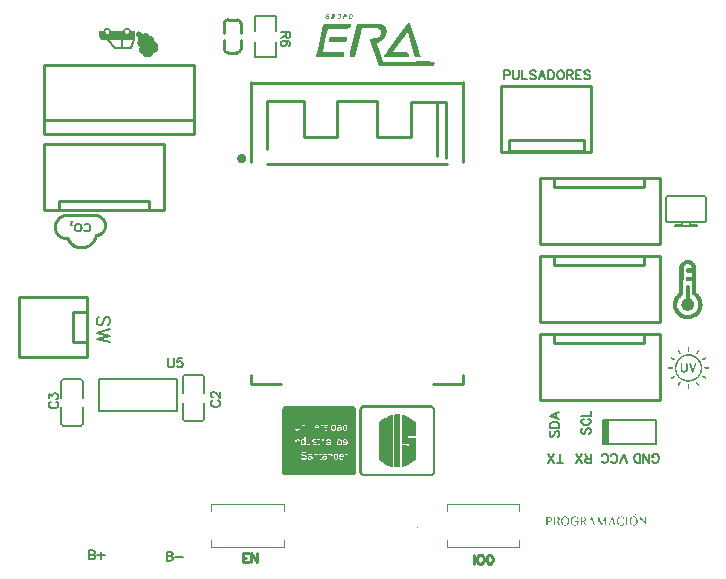
<source format=gto>
G04 Layer: TopSilkscreenLayer*
G04 EasyEDA v6.5.34, 2023-09-27 10:23:30*
G04 87bef9fe7c554d65b7a66a9a83d39501,21748b100a60428d983dd69a996fde11,10*
G04 Gerber Generator version 0.2*
G04 Scale: 100 percent, Rotated: No, Reflected: No *
G04 Dimensions in millimeters *
G04 leading zeros omitted , absolute positions ,4 integer and 5 decimal *
%FSLAX45Y45*%
%MOMM*%

%ADD10C,0.2032*%
%ADD11C,0.2300*%
%ADD12C,0.1524*%
%ADD13C,0.1500*%
%ADD14C,0.1001*%
%ADD15C,0.1520*%
%ADD16C,0.2540*%
%ADD17C,0.4000*%
%ADD18C,0.0117*%

%LPD*%
G36*
X4511395Y3505606D02*
G01*
X4509820Y3505504D01*
X4507179Y3504895D01*
X4503369Y3502914D01*
X4498644Y3498443D01*
X4495292Y3492804D01*
X4492650Y3486099D01*
X4491228Y3479393D01*
X4499914Y3479393D01*
X4500930Y3487115D01*
X4502658Y3491890D01*
X4505096Y3494938D01*
X4509312Y3497834D01*
X4511954Y3497579D01*
X4513732Y3494532D01*
X4513986Y3482340D01*
X4512665Y3474618D01*
X4509973Y3469132D01*
X4507433Y3467303D01*
X4504537Y3466846D01*
X4501896Y3469081D01*
X4500473Y3473653D01*
X4499914Y3479393D01*
X4491228Y3479393D01*
X4491583Y3470605D01*
X4493818Y3465829D01*
X4496206Y3462985D01*
X4500676Y3460648D01*
X4507179Y3460648D01*
X4512310Y3463036D01*
X4517644Y3468471D01*
X4520844Y3474974D01*
X4522571Y3482340D01*
X4523130Y3488486D01*
X4522165Y3494735D01*
X4520336Y3499713D01*
X4515459Y3504590D01*
G37*
G36*
X4419650Y3505250D02*
G01*
X4418228Y3502406D01*
X4416653Y3497834D01*
X4414316Y3484118D01*
X4412234Y3475888D01*
X4409744Y3470605D01*
X4407509Y3468268D01*
X4405122Y3467658D01*
X4402988Y3468878D01*
X4401159Y3471316D01*
X4400854Y3479037D01*
X4402328Y3488334D01*
X4405274Y3500424D01*
X4405274Y3503676D01*
X4404258Y3504742D01*
X4401210Y3504742D01*
X4397502Y3500882D01*
X4396130Y3496259D01*
X4394758Y3488029D01*
X4394403Y3467557D01*
X4395927Y3463239D01*
X4398772Y3461359D01*
X4404918Y3460343D01*
X4410303Y3460902D01*
X4414621Y3463239D01*
X4417771Y3467760D01*
X4420514Y3476091D01*
X4422749Y3488893D01*
X4422902Y3502355D01*
X4421581Y3504946D01*
G37*
G36*
X4356709Y3505149D02*
G01*
X4353763Y3505098D01*
X4351629Y3504437D01*
X4348835Y3503015D01*
X4346651Y3499307D01*
X4344639Y3489045D01*
X4354423Y3489045D01*
X4354423Y3493465D01*
X4356201Y3496868D01*
X4358589Y3498189D01*
X4360824Y3498240D01*
X4363161Y3496411D01*
X4364583Y3493668D01*
X4364583Y3488893D01*
X4363161Y3486150D01*
X4360824Y3484321D01*
X4358741Y3484321D01*
X4356201Y3485642D01*
X4354423Y3489045D01*
X4344639Y3489045D01*
X4341469Y3470605D01*
X4340860Y3463544D01*
X4341876Y3460394D01*
X4344060Y3459886D01*
X4346702Y3462375D01*
X4348683Y3466287D01*
X4350918Y3473653D01*
X4353153Y3476701D01*
X4354474Y3477412D01*
X4355947Y3476904D01*
X4357979Y3473907D01*
X4361383Y3464204D01*
X4363618Y3461258D01*
X4366107Y3459987D01*
X4367987Y3459987D01*
X4369663Y3460851D01*
X4369663Y3464153D01*
X4366158Y3474110D01*
X4366158Y3478326D01*
X4369104Y3481070D01*
X4373067Y3483864D01*
X4375454Y3487928D01*
X4375454Y3493211D01*
X4373372Y3497579D01*
X4369308Y3501644D01*
X4364228Y3504184D01*
X4359605Y3505149D01*
G37*
G36*
X4456125Y3505149D02*
G01*
X4454194Y3505098D01*
X4451654Y3504336D01*
X4449216Y3501999D01*
X4447032Y3496716D01*
X4445304Y3489756D01*
X4444523Y3485743D01*
X4451807Y3485743D01*
X4451807Y3487724D01*
X4454042Y3494074D01*
X4456328Y3496564D01*
X4458106Y3497275D01*
X4459224Y3497326D01*
X4462119Y3496106D01*
X4464456Y3492195D01*
X4464964Y3487369D01*
X4463542Y3485235D01*
X4460392Y3484219D01*
X4453128Y3484575D01*
X4451807Y3485743D01*
X4444523Y3485743D01*
X4442256Y3474110D01*
X4441037Y3465677D01*
X4441748Y3461054D01*
X4443272Y3459987D01*
X4444339Y3459987D01*
X4447032Y3462680D01*
X4448657Y3465829D01*
X4450486Y3472027D01*
X4452975Y3475482D01*
X4456328Y3477056D01*
X4463084Y3477717D01*
X4467656Y3479850D01*
X4473041Y3484829D01*
X4475683Y3490112D01*
X4475683Y3494227D01*
X4472889Y3497630D01*
X4468977Y3500831D01*
X4463237Y3503828D01*
X4458106Y3505149D01*
G37*
G36*
X4311650Y3505098D02*
G01*
X4307484Y3504387D01*
X4303369Y3502406D01*
X4297984Y3496970D01*
X4294428Y3489655D01*
X4292244Y3481070D01*
X4292549Y3470198D01*
X4294784Y3465423D01*
X4298137Y3462121D01*
X4302048Y3460242D01*
X4307382Y3459886D01*
X4312513Y3461359D01*
X4316933Y3464255D01*
X4320082Y3468065D01*
X4322216Y3472789D01*
X4323232Y3478987D01*
X4321810Y3481984D01*
X4318355Y3483965D01*
X4313783Y3484422D01*
X4309922Y3483356D01*
X4307078Y3480511D01*
X4307078Y3478276D01*
X4308144Y3477564D01*
X4310684Y3476701D01*
X4312259Y3474516D01*
X4312767Y3471062D01*
X4310735Y3468014D01*
X4307281Y3466896D01*
X4304487Y3467404D01*
X4301947Y3469487D01*
X4300524Y3474567D01*
X4300575Y3481476D01*
X4301896Y3487064D01*
X4304385Y3492347D01*
X4307586Y3496056D01*
X4310075Y3497326D01*
X4313275Y3497326D01*
X4318711Y3491687D01*
X4320844Y3491687D01*
X4322216Y3493211D01*
X4322826Y3496462D01*
X4321759Y3500729D01*
X4319016Y3503371D01*
X4315917Y3504692D01*
G37*
G36*
X5005120Y3435705D02*
G01*
X4998364Y3429355D01*
X4986070Y3415284D01*
X4966004Y3390239D01*
X4915712Y3324402D01*
X4848098Y3235096D01*
X4824374Y3203346D01*
X4809388Y3182924D01*
X4790490Y3156407D01*
X4784191Y3146552D01*
X4782972Y3143656D01*
X4785766Y3142742D01*
X4795316Y3141827D01*
X4814011Y3141014D01*
X4869230Y3140049D01*
X4973929Y3140456D01*
X4986528Y3141421D01*
X4991760Y3142335D01*
X4996891Y3143758D01*
X5000244Y3146907D01*
X5000244Y3150108D01*
X4998212Y3155543D01*
X4986883Y3177133D01*
X4985258Y3179267D01*
X4955692Y3180486D01*
X4862169Y3183686D01*
X4862068Y3183839D01*
X4923993Y3266846D01*
X4930749Y3276142D01*
X4963464Y3319373D01*
X4977841Y3338068D01*
X4986375Y3348736D01*
X4986731Y3348736D01*
X4988153Y3345434D01*
X4995519Y3323742D01*
X5007000Y3286556D01*
X5035499Y3191611D01*
X5051399Y3142284D01*
X5051806Y3141878D01*
X5078272Y3140557D01*
X5089906Y3140557D01*
X5095392Y3141522D01*
X5097576Y3143554D01*
X5097576Y3146247D01*
X5095341Y3155086D01*
X5087112Y3183991D01*
X5076240Y3220720D01*
X5011978Y3430574D01*
X5009692Y3433876D01*
X5007610Y3435248D01*
G37*
G36*
X4319473Y3421634D02*
G01*
X4293362Y3420922D01*
X4282084Y3419551D01*
X4278833Y3418636D01*
X4276699Y3416757D01*
X4274515Y3408476D01*
X4265320Y3369360D01*
X4229303Y3210712D01*
X4215384Y3147009D01*
X4215384Y3144570D01*
X4216908Y3143250D01*
X4220362Y3142335D01*
X4228642Y3141421D01*
X4246422Y3140506D01*
X4444593Y3140049D01*
X4449165Y3152089D01*
X4450435Y3157270D01*
X4451350Y3163620D01*
X4451908Y3178352D01*
X4339437Y3178352D01*
X4292955Y3179216D01*
X4275582Y3180130D01*
X4270552Y3180842D01*
X4269638Y3181756D01*
X4271924Y3194202D01*
X4278426Y3225088D01*
X4291076Y3282035D01*
X4313580Y3380028D01*
X4441139Y3380028D01*
X4475886Y3380892D01*
X4488942Y3381806D01*
X4496765Y3383076D01*
X4499305Y3384550D01*
X4501896Y3389731D01*
X4504842Y3398469D01*
X4506925Y3406749D01*
X4508296Y3414471D01*
X4508296Y3419551D01*
X4506620Y3420414D01*
X4479798Y3421329D01*
G37*
G36*
X4609744Y3421634D02*
G01*
X4584547Y3420973D01*
X4568901Y3419957D01*
X4563262Y3418992D01*
X4560925Y3417824D01*
X4503420Y3178149D01*
X4498340Y3155086D01*
X4496511Y3144875D01*
X4497628Y3142488D01*
X4500930Y3140913D01*
X4513275Y3140456D01*
X4539742Y3141878D01*
X4540351Y3142488D01*
X4556048Y3206800D01*
X4589627Y3346348D01*
X4598111Y3383279D01*
X4724044Y3383229D01*
X4736947Y3382162D01*
X4743602Y3380790D01*
X4749241Y3378047D01*
X4757115Y3370224D01*
X4760366Y3364585D01*
X4762550Y3357727D01*
X4763465Y3351123D01*
X4762906Y3343706D01*
X4761585Y3338118D01*
X4759807Y3332835D01*
X4756048Y3325368D01*
X4750003Y3316325D01*
X4744262Y3309721D01*
X4738420Y3305403D01*
X4734458Y3303117D01*
X4728718Y3300933D01*
X4721707Y3299155D01*
X4710176Y3297478D01*
X4676698Y3295192D01*
X4669891Y3294024D01*
X4666691Y3292348D01*
X4665878Y3290062D01*
X4667808Y3283305D01*
X4677460Y3256381D01*
X4688738Y3226358D01*
X4705654Y3180384D01*
X4746142Y3065373D01*
X5210352Y3065576D01*
X5213604Y3082086D01*
X5215432Y3089452D01*
X5215077Y3094431D01*
X5213400Y3096310D01*
X5209184Y3098444D01*
X5201666Y3100070D01*
X5192572Y3100984D01*
X5173014Y3102051D01*
X5090414Y3101898D01*
X5017414Y3100984D01*
X4778756Y3098850D01*
X4734306Y3230270D01*
X4729530Y3245510D01*
X4727295Y3254095D01*
X4727346Y3258108D01*
X4727956Y3259124D01*
X4738522Y3262629D01*
X4749698Y3267506D01*
X4757013Y3271469D01*
X4765852Y3277006D01*
X4773726Y3282899D01*
X4782718Y3290874D01*
X4788712Y3297478D01*
X4795875Y3307232D01*
X4799888Y3314242D01*
X4803800Y3323539D01*
X4806391Y3331362D01*
X4808524Y3339795D01*
X4809896Y3348736D01*
X4810455Y3359353D01*
X4809439Y3369767D01*
X4807712Y3377641D01*
X4805426Y3384550D01*
X4802073Y3391662D01*
X4796688Y3399790D01*
X4787950Y3408527D01*
X4781804Y3412490D01*
X4774895Y3415995D01*
X4766208Y3418738D01*
X4753610Y3420414D01*
X4735779Y3421379D01*
G37*
G36*
X4388104Y3306572D02*
G01*
X4347260Y3306419D01*
X4334662Y3305810D01*
X4327702Y3304743D01*
X4324553Y3303117D01*
X4323638Y3299358D01*
X4322267Y3289147D01*
X4321302Y3267405D01*
X4321657Y3267049D01*
X4405071Y3265728D01*
X4445508Y3265728D01*
X4456023Y3266541D01*
X4462780Y3267964D01*
X4466691Y3269792D01*
X4469688Y3272790D01*
X4471365Y3276498D01*
X4472584Y3284626D01*
X4474108Y3304844D01*
X4473702Y3305251D01*
G37*
G36*
X2237740Y1811172D02*
G01*
X2117699Y1810918D01*
X2098548Y1810410D01*
X2088642Y1809953D01*
X2078583Y1808784D01*
X2073046Y1807514D01*
X2062073Y1803755D01*
X2055418Y1800910D01*
X2049525Y1797862D01*
X2044446Y1794916D01*
X2038807Y1791055D01*
X2034133Y1787398D01*
X2028647Y1782622D01*
X2021382Y1775104D01*
X2016404Y1769160D01*
X2012086Y1763268D01*
X2007920Y1756664D01*
X2004517Y1750415D01*
X2000656Y1741576D01*
X1997303Y1731924D01*
X1995576Y1725117D01*
X1994154Y1717344D01*
X1993087Y1709166D01*
X1992838Y1698040D01*
X2019249Y1698040D01*
X2019503Y1707845D01*
X2020214Y1713484D01*
X2021484Y1720088D01*
X2023008Y1725777D01*
X2025497Y1732788D01*
X2029206Y1740509D01*
X2032000Y1745335D01*
X2035302Y1750161D01*
X2038705Y1754581D01*
X2043226Y1759661D01*
X2048306Y1764385D01*
X2052828Y1767992D01*
X2056638Y1770634D01*
X2062480Y1774139D01*
X2069033Y1777238D01*
X2077872Y1780590D01*
X2082495Y1781759D01*
X2087778Y1782470D01*
X2103374Y1783435D01*
X2215743Y1783638D01*
X2334006Y1783130D01*
X2357780Y1782724D01*
X2364232Y1782267D01*
X2370988Y1779828D01*
X2377135Y1777187D01*
X2383840Y1773631D01*
X2388768Y1770227D01*
X2392934Y1766773D01*
X2397302Y1762607D01*
X2401062Y1758289D01*
X2405024Y1752752D01*
X2407869Y1748028D01*
X2411018Y1741678D01*
X2413254Y1735785D01*
X2415082Y1729689D01*
X2416352Y1718310D01*
X2416352Y1710029D01*
X2415895Y1704187D01*
X2415235Y1698955D01*
X2413660Y1692605D01*
X2411476Y1686458D01*
X2408377Y1679956D01*
X2404516Y1673961D01*
X2401519Y1670100D01*
X2396642Y1664614D01*
X2391765Y1659940D01*
X2386787Y1655825D01*
X2382621Y1652981D01*
X2377744Y1650187D01*
X2374036Y1648612D01*
X2368550Y1646631D01*
X2363724Y1645462D01*
X2354072Y1644091D01*
X2341067Y1643329D01*
X2340762Y1643024D01*
X2338324Y1630629D01*
X2336749Y1624228D01*
X2334768Y1617370D01*
X2330602Y1606499D01*
X2327554Y1600098D01*
X2324201Y1594002D01*
X2318308Y1584909D01*
X2314092Y1579422D01*
X2309774Y1574444D01*
X2304135Y1568754D01*
X2299512Y1564690D01*
X2294890Y1560982D01*
X2286203Y1555089D01*
X2279294Y1551127D01*
X2268575Y1546148D01*
X2259838Y1543100D01*
X2249474Y1540510D01*
X2244191Y1539595D01*
X2234742Y1538579D01*
X2223617Y1538427D01*
X2217928Y1538884D01*
X2211324Y1539798D01*
X2201672Y1541830D01*
X2195525Y1543608D01*
X2188311Y1546148D01*
X2181860Y1548942D01*
X2176170Y1551736D01*
X2169769Y1555496D01*
X2164740Y1558950D01*
X2159000Y1563319D01*
X2154377Y1567332D01*
X2148281Y1573276D01*
X2143048Y1579168D01*
X2139035Y1584401D01*
X2134717Y1590598D01*
X2129840Y1598980D01*
X2125116Y1608988D01*
X2121001Y1618742D01*
X2120646Y1619148D01*
X2115464Y1618437D01*
X2109673Y1617929D01*
X2088438Y1618132D01*
X2082647Y1618843D01*
X2079650Y1619554D01*
X2073249Y1621637D01*
X2068017Y1623822D01*
X2062073Y1626768D01*
X2056587Y1630172D01*
X2051862Y1633575D01*
X2047544Y1637131D01*
X2042261Y1642211D01*
X2037334Y1648053D01*
X2034539Y1651914D01*
X2031441Y1656689D01*
X2028443Y1662175D01*
X2025700Y1668068D01*
X2023262Y1674774D01*
X2021535Y1681073D01*
X2020417Y1686712D01*
X2019757Y1691487D01*
X2019249Y1698040D01*
X1992838Y1698040D01*
X1993798Y1686356D01*
X1995982Y1673961D01*
X1998167Y1666239D01*
X2000199Y1660347D01*
X2002789Y1654098D01*
X2005888Y1647698D01*
X2012137Y1637385D01*
X2015896Y1632153D01*
X2020265Y1626717D01*
X2029104Y1617624D01*
X2034793Y1612798D01*
X2044242Y1605940D01*
X2050135Y1602486D01*
X2057349Y1598930D01*
X2062683Y1596745D01*
X2068017Y1594866D01*
X2075688Y1592732D01*
X2082800Y1591360D01*
X2090623Y1590497D01*
X2104491Y1589735D01*
X2110587Y1578965D01*
X2115312Y1571650D01*
X2120036Y1565148D01*
X2124456Y1559712D01*
X2129536Y1554073D01*
X2136800Y1546961D01*
X2141880Y1542643D01*
X2148941Y1537106D01*
X2157171Y1531670D01*
X2165858Y1526641D01*
X2173732Y1522831D01*
X2180590Y1519936D01*
X2190242Y1516634D01*
X2199030Y1514348D01*
X2204669Y1513179D01*
X2210460Y1512316D01*
X2223008Y1511147D01*
X2234438Y1511249D01*
X2242769Y1511858D01*
X2250694Y1512976D01*
X2258618Y1514551D01*
X2266340Y1516583D01*
X2272893Y1518716D01*
X2279040Y1521002D01*
X2285796Y1523898D01*
X2294432Y1528419D01*
X2300630Y1532128D01*
X2306116Y1535836D01*
X2313838Y1541780D01*
X2318207Y1545488D01*
X2326995Y1553768D01*
X2333447Y1561033D01*
X2341422Y1571244D01*
X2346198Y1578508D01*
X2349246Y1584198D01*
X2354478Y1595374D01*
X2359050Y1606245D01*
X2362047Y1615694D01*
X2363012Y1617116D01*
X2364384Y1617675D01*
X2368550Y1618437D01*
X2374696Y1620012D01*
X2379522Y1621637D01*
X2385009Y1623923D01*
X2391206Y1626870D01*
X2396896Y1630172D01*
X2402636Y1633931D01*
X2407462Y1637588D01*
X2411831Y1641398D01*
X2416810Y1646174D01*
X2421026Y1651254D01*
X2425344Y1656943D01*
X2429510Y1663496D01*
X2432304Y1668525D01*
X2435453Y1675333D01*
X2437536Y1680768D01*
X2439416Y1686763D01*
X2440990Y1693062D01*
X2442108Y1699310D01*
X2442870Y1705102D01*
X2442870Y1721256D01*
X2441194Y1732991D01*
X2439416Y1740306D01*
X2436876Y1748282D01*
X2433116Y1756867D01*
X2429256Y1764182D01*
X2425547Y1770075D01*
X2421686Y1775307D01*
X2416657Y1780997D01*
X2407666Y1789328D01*
X2401722Y1794002D01*
X2394661Y1798675D01*
X2390698Y1800961D01*
X2385263Y1803450D01*
X2379014Y1805635D01*
X2370632Y1808124D01*
X2360676Y1810207D01*
X2345029Y1810613D01*
G37*
G36*
X2157171Y1752955D02*
G01*
X2125065Y1752447D01*
X2125065Y1742490D01*
X2140559Y1741525D01*
X2140712Y1741373D01*
X2137714Y1738884D01*
X2130450Y1733550D01*
X2126996Y1730095D01*
X2126132Y1728368D01*
X2125472Y1725320D01*
X2125472Y1720545D01*
X2126132Y1717395D01*
X2127402Y1714601D01*
X2129688Y1712264D01*
X2133295Y1710436D01*
X2136800Y1709470D01*
X2143404Y1709318D01*
X2146757Y1709978D01*
X2149551Y1711045D01*
X2152853Y1712772D01*
X2157374Y1715719D01*
X2150059Y1723593D01*
X2146096Y1720850D01*
X2143201Y1719427D01*
X2140051Y1719427D01*
X2138781Y1720392D01*
X2137968Y1721815D01*
X2137918Y1724406D01*
X2138832Y1726234D01*
X2141474Y1728774D01*
X2149144Y1733448D01*
X2152294Y1735683D01*
X2153920Y1737309D01*
X2155393Y1740560D01*
X2156510Y1744624D01*
X2157171Y1748434D01*
G37*
G36*
X2272030Y1737563D02*
G01*
X2267407Y1737004D01*
X2262124Y1735886D01*
X2256942Y1734057D01*
X2252878Y1731975D01*
X2250084Y1729943D01*
X2247138Y1727200D01*
X2243683Y1723136D01*
X2241804Y1720138D01*
X2241804Y1719122D01*
X2243683Y1717548D01*
X2250033Y1713331D01*
X2255215Y1710436D01*
X2255824Y1710436D01*
X2257196Y1711655D01*
X2259380Y1714906D01*
X2262073Y1717446D01*
X2266086Y1719529D01*
X2269591Y1720443D01*
X2273655Y1720748D01*
X2277059Y1720138D01*
X2279548Y1719122D01*
X2282748Y1716989D01*
X2286152Y1713433D01*
X2288133Y1710537D01*
X2289708Y1707591D01*
X2290978Y1703730D01*
X2291791Y1699412D01*
X2291791Y1692605D01*
X2291080Y1688490D01*
X2289759Y1684375D01*
X2288133Y1681022D01*
X2286355Y1678279D01*
X2283256Y1675079D01*
X2280615Y1673453D01*
X2278329Y1672539D01*
X2274671Y1671726D01*
X2269185Y1671980D01*
X2265222Y1673199D01*
X2261819Y1675079D01*
X2259634Y1677060D01*
X2256942Y1680870D01*
X2255977Y1681581D01*
X2255164Y1681581D01*
X2250033Y1678127D01*
X2242667Y1672437D01*
X2242667Y1671472D01*
X2243886Y1669338D01*
X2246630Y1665732D01*
X2250490Y1661871D01*
X2253945Y1659483D01*
X2257958Y1657502D01*
X2262124Y1656080D01*
X2267102Y1655013D01*
X2272792Y1654657D01*
X2278380Y1654962D01*
X2281936Y1655724D01*
X2286101Y1657096D01*
X2290978Y1659483D01*
X2294788Y1662074D01*
X2299563Y1666849D01*
X2302662Y1670557D01*
X2305608Y1675130D01*
X2307691Y1679651D01*
X2309063Y1683969D01*
X2309926Y1688490D01*
X2310434Y1695145D01*
X2309926Y1701698D01*
X2308860Y1707134D01*
X2307082Y1712620D01*
X2304542Y1717802D01*
X2302408Y1721256D01*
X2299411Y1725117D01*
X2294890Y1729638D01*
X2290267Y1732889D01*
X2285695Y1735226D01*
X2281834Y1736547D01*
X2277973Y1737258D01*
G37*
G36*
X2197252Y1737309D02*
G01*
X2192426Y1736801D01*
X2188464Y1735937D01*
X2184501Y1734464D01*
X2180793Y1732483D01*
X2176830Y1729536D01*
X2172716Y1725625D01*
X2169160Y1721256D01*
X2166366Y1716836D01*
X2164384Y1712722D01*
X2162911Y1708048D01*
X2161997Y1703527D01*
X2161540Y1698802D01*
X2161540Y1696466D01*
X2180488Y1696466D01*
X2180894Y1703273D01*
X2181707Y1706473D01*
X2183434Y1710537D01*
X2185924Y1714449D01*
X2188972Y1717395D01*
X2191664Y1719122D01*
X2194204Y1720189D01*
X2197608Y1720900D01*
X2200249Y1720900D01*
X2203653Y1720189D01*
X2206802Y1718818D01*
X2209596Y1716989D01*
X2212898Y1713484D01*
X2215184Y1709928D01*
X2216556Y1706473D01*
X2217572Y1702257D01*
X2218131Y1697177D01*
X2217877Y1691487D01*
X2217166Y1687728D01*
X2215997Y1684172D01*
X2212949Y1678533D01*
X2210257Y1675638D01*
X2207564Y1673606D01*
X2204974Y1672437D01*
X2201875Y1671574D01*
X2196388Y1671726D01*
X2192883Y1672996D01*
X2189022Y1675028D01*
X2185568Y1678381D01*
X2183384Y1681683D01*
X2181809Y1684629D01*
X2180844Y1687575D01*
X2180488Y1696466D01*
X2161540Y1696466D01*
X2161997Y1689658D01*
X2162911Y1685086D01*
X2164842Y1678990D01*
X2167280Y1674012D01*
X2169769Y1670151D01*
X2172919Y1666239D01*
X2176322Y1662988D01*
X2179828Y1660398D01*
X2184095Y1657959D01*
X2187600Y1656537D01*
X2191258Y1655470D01*
X2196592Y1654759D01*
X2202535Y1654810D01*
X2207158Y1655470D01*
X2212340Y1657248D01*
X2217623Y1660042D01*
X2221026Y1662531D01*
X2224735Y1665782D01*
X2228443Y1670100D01*
X2231390Y1674672D01*
X2234793Y1682394D01*
X2236266Y1688287D01*
X2236774Y1692605D01*
X2236774Y1699463D01*
X2236063Y1704441D01*
X2234946Y1708962D01*
X2233371Y1713280D01*
X2231034Y1718056D01*
X2228443Y1722120D01*
X2225141Y1725980D01*
X2221687Y1729384D01*
X2217318Y1732483D01*
X2212238Y1735175D01*
X2208987Y1736343D01*
X2205329Y1737004D01*
G37*
G36*
X2447188Y3387090D02*
G01*
X2442210Y3386785D01*
X2438044Y3385972D01*
X2432862Y3384296D01*
X2428494Y3382060D01*
X2425192Y3379724D01*
X2421229Y3375914D01*
X2418486Y3372053D01*
X2416556Y3368598D01*
X2414066Y3362706D01*
X2382164Y3361994D01*
X2377710Y3356813D01*
X2428951Y3356813D01*
X2429510Y3359404D01*
X2431135Y3362604D01*
X2434234Y3366465D01*
X2437993Y3369310D01*
X2442413Y3370986D01*
X2446680Y3371291D01*
X2450896Y3370478D01*
X2455316Y3368294D01*
X2458415Y3365703D01*
X2460701Y3362706D01*
X2461818Y3360470D01*
X2462834Y3357067D01*
X2463125Y3353917D01*
X2595372Y3353917D01*
X2595880Y3358235D01*
X2596896Y3361232D01*
X2598674Y3364433D01*
X2602382Y3368192D01*
X2606446Y3370173D01*
X2611221Y3371291D01*
X2615742Y3370986D01*
X2618943Y3369970D01*
X2622042Y3368090D01*
X2625445Y3365042D01*
X2627782Y3361537D01*
X2629154Y3357524D01*
X2629509Y3353511D01*
X2628646Y3349345D01*
X2626410Y3344722D01*
X2622143Y3340404D01*
X2619908Y3339033D01*
X2616962Y3337814D01*
X2614015Y3337204D01*
X2610815Y3337153D01*
X2607360Y3337864D01*
X2604617Y3338982D01*
X2601671Y3340709D01*
X2598724Y3343706D01*
X2597048Y3346500D01*
X2595880Y3349853D01*
X2595372Y3353917D01*
X2463125Y3353917D01*
X2462326Y3349599D01*
X2460955Y3346297D01*
X2458669Y3342894D01*
X2455519Y3339947D01*
X2453081Y3338525D01*
X2449626Y3337407D01*
X2442718Y3337610D01*
X2439314Y3338626D01*
X2436723Y3339896D01*
X2433929Y3342132D01*
X2431694Y3345179D01*
X2430322Y3347872D01*
X2429256Y3351326D01*
X2428951Y3356813D01*
X2377710Y3356813D01*
X2377186Y3356203D01*
X2377948Y3317798D01*
X2378456Y3310382D01*
X2379218Y3305708D01*
X2380437Y3302000D01*
X2382113Y3299002D01*
X2385314Y3295091D01*
X2391156Y3289147D01*
X2394356Y3286760D01*
X2397658Y3285083D01*
X2401265Y3284118D01*
X2405735Y3283356D01*
X2411628Y3282848D01*
X2445054Y3282035D01*
X2445732Y3281172D01*
X2466035Y3281172D01*
X2466035Y3281578D01*
X2467406Y3281883D01*
X2476550Y3282340D01*
X2661716Y3282340D01*
X2640990Y3223361D01*
X2580792Y3223361D01*
X2580792Y3282340D01*
X2564993Y3282340D01*
X2564993Y3223361D01*
X2511094Y3223361D01*
X2466035Y3281172D01*
X2445732Y3281172D01*
X2480005Y3237585D01*
X2502916Y3209086D01*
X2504897Y3208324D01*
X2509367Y3207816D01*
X2547366Y3207359D01*
X2648813Y3207359D01*
X2651861Y3210052D01*
X2654300Y3214878D01*
X2660091Y3229914D01*
X2680868Y3288893D01*
X2680512Y3347161D01*
X2680004Y3356051D01*
X2679598Y3358438D01*
X2677922Y3360115D01*
X2675331Y3361334D01*
X2671521Y3362045D01*
X2661615Y3362553D01*
X2644343Y3362553D01*
X2643174Y3365906D01*
X2641346Y3369868D01*
X2638856Y3373577D01*
X2635453Y3377336D01*
X2631998Y3380384D01*
X2628392Y3382873D01*
X2622804Y3385565D01*
X2618181Y3386480D01*
X2606598Y3386582D01*
X2603449Y3385972D01*
X2600198Y3384956D01*
X2596743Y3383229D01*
X2592019Y3379774D01*
X2586583Y3374288D01*
X2583840Y3370579D01*
X2582214Y3367684D01*
X2580640Y3362706D01*
X2478227Y3362553D01*
X2474620Y3370326D01*
X2471877Y3374542D01*
X2466898Y3379520D01*
X2462276Y3382619D01*
X2458770Y3384346D01*
X2453081Y3386226D01*
G37*
G36*
X2707233Y3356406D02*
G01*
X2703576Y3355695D01*
X2700274Y3354476D01*
X2697429Y3352800D01*
X2694025Y3349650D01*
X2691841Y3346551D01*
X2690164Y3342843D01*
X2689148Y3338779D01*
X2688844Y3334054D01*
X2689402Y3329635D01*
X2691130Y3324504D01*
X2693720Y3319526D01*
X2697632Y3313582D01*
X2702458Y3308807D01*
X2703220Y3307029D01*
X2703677Y3297529D01*
X2704744Y3294075D01*
X2709164Y3285540D01*
X2709164Y3285083D01*
X2705201Y3279140D01*
X2703271Y3275025D01*
X2701747Y3270707D01*
X2700731Y3266795D01*
X2700020Y3262020D01*
X2700020Y3254603D01*
X2700782Y3250133D01*
X2702001Y3245561D01*
X2703931Y3240532D01*
X2706319Y3236468D01*
X2709519Y3231896D01*
X2718460Y3222752D01*
X2716276Y3216859D01*
X2715107Y3212134D01*
X2714498Y3207207D01*
X2714802Y3198825D01*
X2716072Y3192678D01*
X2717546Y3188208D01*
X2719730Y3183686D01*
X2722676Y3179318D01*
X2727147Y3174288D01*
X2731516Y3170631D01*
X2735935Y3167684D01*
X2740253Y3165551D01*
X2744673Y3163874D01*
X2746451Y3161893D01*
X2749702Y3156864D01*
X2753410Y3152190D01*
X2758694Y3146958D01*
X2762300Y3143961D01*
X2766517Y3141268D01*
X2770581Y3139490D01*
X2774442Y3138220D01*
X2778607Y3137204D01*
X2784297Y3136493D01*
X2791714Y3136544D01*
X2796286Y3137255D01*
X2801924Y3138728D01*
X2805633Y3140202D01*
X2809697Y3142234D01*
X2813812Y3144977D01*
X2817418Y3147822D01*
X2821228Y3151682D01*
X2823870Y3154934D01*
X2826562Y3159099D01*
X2829001Y3164027D01*
X2831744Y3171444D01*
X2832811Y3172561D01*
X2834640Y3173476D01*
X2839872Y3175000D01*
X2845257Y3177184D01*
X2849219Y3179165D01*
X2853486Y3181858D01*
X2857246Y3184702D01*
X2862478Y3189681D01*
X2866186Y3194151D01*
X2870098Y3200044D01*
X2872994Y3205988D01*
X2874721Y3210712D01*
X2876194Y3216605D01*
X2877058Y3221786D01*
X2877007Y3231134D01*
X2876194Y3237026D01*
X2874772Y3242513D01*
X2873248Y3246678D01*
X2870606Y3252114D01*
X2867761Y3256788D01*
X2864002Y3261766D01*
X2858566Y3267354D01*
X2855061Y3270250D01*
X2849930Y3273602D01*
X2841904Y3277768D01*
X2842260Y3282746D01*
X2842310Y3295802D01*
X2840634Y3300729D01*
X2838958Y3304387D01*
X2836164Y3308654D01*
X2831439Y3313328D01*
X2827629Y3315970D01*
X2821533Y3318865D01*
X2815894Y3320338D01*
X2804566Y3321304D01*
X2800858Y3325418D01*
X2794660Y3331616D01*
X2791256Y3334156D01*
X2786735Y3336798D01*
X2782570Y3338576D01*
X2778607Y3339846D01*
X2775153Y3340557D01*
X2769463Y3341166D01*
X2764790Y3340811D01*
X2759100Y3339846D01*
X2753207Y3337864D01*
X2750362Y3336391D01*
X2746756Y3334969D01*
X2743657Y3334359D01*
X2741676Y3334969D01*
X2739440Y3337051D01*
X2735224Y3343452D01*
X2729484Y3349142D01*
X2725318Y3351936D01*
X2720746Y3354171D01*
X2716326Y3355644D01*
X2712313Y3356406D01*
G37*
G36*
X7356652Y1422704D02*
G01*
X7350201Y1422146D01*
X7342479Y1420723D01*
X7332929Y1417574D01*
X7323581Y1412951D01*
X7316876Y1408480D01*
X7309866Y1402638D01*
X7305141Y1397660D01*
X7301077Y1392580D01*
X7297623Y1387246D01*
X7293000Y1378000D01*
X7290917Y1372819D01*
X7289546Y1366824D01*
X7288733Y1359255D01*
X7288123Y1348994D01*
X7287564Y1320292D01*
X7287564Y1148080D01*
X7278573Y1141272D01*
X7270648Y1133602D01*
X7264552Y1126896D01*
X7259370Y1120444D01*
X7255611Y1115161D01*
X7251039Y1107846D01*
X7246366Y1098753D01*
X7243114Y1091031D01*
X7240524Y1083665D01*
X7238238Y1075588D01*
X7236307Y1066342D01*
X7235139Y1055420D01*
X7235185Y1039621D01*
X7271054Y1039621D01*
X7271054Y1050950D01*
X7271867Y1058214D01*
X7273036Y1064412D01*
X7274458Y1070000D01*
X7276642Y1076604D01*
X7278674Y1081481D01*
X7282332Y1088796D01*
X7286701Y1096060D01*
X7291527Y1102055D01*
X7298944Y1109776D01*
X7305090Y1115618D01*
X7312406Y1121918D01*
X7315860Y1125626D01*
X7318756Y1129690D01*
X7323023Y1138326D01*
X7324090Y1360373D01*
X7328001Y1368196D01*
X7331456Y1373225D01*
X7336790Y1378610D01*
X7342378Y1382318D01*
X7347813Y1384909D01*
X7352995Y1386230D01*
X7361377Y1386281D01*
X7367219Y1385417D01*
X7371943Y1384046D01*
X7375448Y1382268D01*
X7379360Y1379728D01*
X7383475Y1376375D01*
X7387386Y1371854D01*
X7390739Y1366875D01*
X7392924Y1362303D01*
X7394397Y1357833D01*
X7395464Y1351026D01*
X7369251Y1350670D01*
X7357211Y1350162D01*
X7352182Y1349248D01*
X7348728Y1347571D01*
X7345832Y1344676D01*
X7343648Y1341424D01*
X7342479Y1338326D01*
X7341819Y1333093D01*
X7342479Y1327861D01*
X7343343Y1324965D01*
X7345730Y1321409D01*
X7348829Y1318260D01*
X7351217Y1317040D01*
X7355433Y1315923D01*
X7363409Y1315364D01*
X7395464Y1314754D01*
X7395464Y1279296D01*
X7379411Y1278940D01*
X7368438Y1278940D01*
X7357211Y1278382D01*
X7352182Y1277518D01*
X7348728Y1275842D01*
X7345070Y1271981D01*
X7343089Y1268425D01*
X7342174Y1264869D01*
X7341870Y1260246D01*
X7342530Y1255572D01*
X7343698Y1252575D01*
X7347051Y1248105D01*
X7349388Y1246225D01*
X7351217Y1245260D01*
X7355433Y1244193D01*
X7363968Y1243584D01*
X7394956Y1243126D01*
X7395260Y1242822D01*
X7395921Y1139393D01*
X7399629Y1131925D01*
X7403388Y1126896D01*
X7426502Y1104188D01*
X7431531Y1098296D01*
X7434783Y1093876D01*
X7437831Y1089202D01*
X7441946Y1080668D01*
X7445044Y1071930D01*
X7447025Y1063802D01*
X7448143Y1057402D01*
X7448803Y1050188D01*
X7448499Y1036624D01*
X7447381Y1029360D01*
X7445857Y1022603D01*
X7443114Y1014120D01*
X7440828Y1008634D01*
X7436815Y1000810D01*
X7431481Y992632D01*
X7426909Y986993D01*
X7422083Y981862D01*
X7416901Y976985D01*
X7412990Y973785D01*
X7407960Y970178D01*
X7402931Y967079D01*
X7397038Y963930D01*
X7390587Y961339D01*
X7384948Y959408D01*
X7378547Y957783D01*
X7372096Y956665D01*
X7365339Y956005D01*
X7352995Y956005D01*
X7345172Y956919D01*
X7336891Y958596D01*
X7328916Y961186D01*
X7322769Y963726D01*
X7317130Y966622D01*
X7309053Y971854D01*
X7301230Y978052D01*
X7293864Y985367D01*
X7289901Y990142D01*
X7285278Y996543D01*
X7281367Y1003147D01*
X7277811Y1010564D01*
X7275017Y1018133D01*
X7272731Y1026820D01*
X7271054Y1039621D01*
X7235185Y1039621D01*
X7235748Y1031595D01*
X7236815Y1023061D01*
X7238187Y1016203D01*
X7240778Y1007008D01*
X7243825Y998677D01*
X7246467Y992632D01*
X7249515Y986485D01*
X7253173Y980033D01*
X7257948Y972819D01*
X7262418Y966876D01*
X7267244Y961237D01*
X7275118Y953211D01*
X7281672Y947623D01*
X7287412Y943102D01*
X7296099Y937412D01*
X7303871Y933043D01*
X7310424Y929944D01*
X7317994Y926846D01*
X7324242Y924712D01*
X7330033Y923036D01*
X7337348Y921613D01*
X7344714Y920800D01*
X7357059Y920089D01*
X7369251Y920750D01*
X7382357Y922426D01*
X7393228Y924712D01*
X7399070Y926592D01*
X7407402Y930046D01*
X7418578Y935583D01*
X7427569Y940714D01*
X7434021Y944930D01*
X7438390Y948283D01*
X7444689Y953668D01*
X7451699Y960678D01*
X7456474Y966317D01*
X7461808Y973277D01*
X7466025Y979728D01*
X7470394Y987298D01*
X7474254Y995426D01*
X7477810Y1004417D01*
X7481773Y1017879D01*
X7483754Y1027684D01*
X7484668Y1035507D01*
X7484973Y1049883D01*
X7484313Y1058214D01*
X7483195Y1066088D01*
X7481773Y1073099D01*
X7479792Y1080566D01*
X7477302Y1088186D01*
X7474203Y1096060D01*
X7469835Y1105052D01*
X7465263Y1113028D01*
X7461250Y1119022D01*
X7456220Y1125677D01*
X7452817Y1129690D01*
X7447280Y1135634D01*
X7440726Y1141577D01*
X7431481Y1149045D01*
X7430770Y1344676D01*
X7430262Y1355293D01*
X7429652Y1362303D01*
X7428484Y1369314D01*
X7426604Y1375206D01*
X7421321Y1385874D01*
X7416850Y1392580D01*
X7410958Y1399590D01*
X7405725Y1404620D01*
X7400391Y1409039D01*
X7395768Y1412087D01*
X7389774Y1415389D01*
X7383830Y1417878D01*
X7377430Y1419961D01*
X7371689Y1421282D01*
X7366000Y1422146D01*
G37*
G36*
X7358532Y1206906D02*
G01*
X7355840Y1206855D01*
X7352741Y1206042D01*
X7349083Y1204061D01*
X7346848Y1202029D01*
X7344460Y1199184D01*
X7342530Y1195273D01*
X7341971Y1187653D01*
X7341412Y1157986D01*
X7341362Y1096467D01*
X7332827Y1092200D01*
X7329779Y1090218D01*
X7324598Y1086104D01*
X7320381Y1082141D01*
X7315962Y1077010D01*
X7313320Y1073353D01*
X7310323Y1067460D01*
X7308291Y1061923D01*
X7306665Y1055776D01*
X7305700Y1048410D01*
X7306056Y1038860D01*
X7307478Y1032002D01*
X7309459Y1026007D01*
X7311847Y1020927D01*
X7315047Y1015796D01*
X7318908Y1010869D01*
X7323328Y1006398D01*
X7329271Y1001572D01*
X7333335Y998829D01*
X7339634Y995629D01*
X7344867Y993902D01*
X7349388Y992784D01*
X7358075Y991819D01*
X7367574Y992479D01*
X7373213Y993648D01*
X7379106Y995629D01*
X7385608Y998880D01*
X7389774Y1001674D01*
X7393940Y1005027D01*
X7398816Y1009650D01*
X7402982Y1014780D01*
X7406081Y1019556D01*
X7408621Y1024585D01*
X7410246Y1028801D01*
X7411466Y1032814D01*
X7412583Y1038199D01*
X7413244Y1045971D01*
X7412583Y1053185D01*
X7411415Y1059332D01*
X7409180Y1066088D01*
X7406081Y1072184D01*
X7402779Y1077112D01*
X7398613Y1082040D01*
X7393076Y1087424D01*
X7389622Y1090015D01*
X7385253Y1092758D01*
X7377633Y1096772D01*
X7376972Y1173429D01*
X7376414Y1192479D01*
X7375855Y1196390D01*
X7374381Y1199388D01*
X7369556Y1204315D01*
X7365898Y1206042D01*
X7361224Y1206906D01*
G37*
G36*
X7364831Y682955D02*
G01*
X7363155Y682498D01*
X7361224Y681278D01*
X7360158Y679704D01*
X7359599Y677367D01*
X7359243Y672439D01*
X7359091Y660501D01*
X7359396Y648868D01*
X7359802Y646277D01*
X7360564Y644753D01*
X7362190Y643280D01*
X7364120Y642366D01*
X7367879Y642366D01*
X7369809Y643280D01*
X7371435Y644753D01*
X7372045Y645972D01*
X7372400Y648157D01*
X7372756Y653288D01*
X7372959Y666648D01*
X7372603Y675843D01*
X7372197Y678942D01*
X7371334Y680567D01*
X7369962Y681786D01*
X7367727Y682853D01*
G37*
G36*
X7280351Y660400D02*
G01*
X7278827Y659790D01*
X7277404Y658876D01*
X7276338Y657656D01*
X7275322Y655675D01*
X7274915Y653694D01*
X7275677Y651764D01*
X7281672Y640283D01*
X7286294Y632256D01*
X7290104Y626110D01*
X7292136Y624027D01*
X7294016Y623468D01*
X7297318Y623468D01*
X7298486Y623874D01*
X7300010Y624992D01*
X7301585Y626973D01*
X7302195Y628142D01*
X7302195Y630224D01*
X7301585Y632104D01*
X7296861Y641350D01*
X7291476Y650544D01*
X7288072Y655878D01*
X7285431Y659485D01*
X7283754Y660298D01*
G37*
G36*
X7448956Y660400D02*
G01*
X7447178Y659790D01*
X7446314Y659231D01*
X7441539Y652272D01*
X7434122Y639622D01*
X7430008Y631393D01*
X7429703Y629361D01*
X7429906Y627989D01*
X7430414Y626973D01*
X7432090Y624890D01*
X7433309Y623976D01*
X7434681Y623468D01*
X7438034Y623468D01*
X7439812Y623976D01*
X7441387Y625602D01*
X7443673Y629005D01*
X7449312Y638606D01*
X7455509Y649884D01*
X7457084Y653389D01*
X7456678Y655675D01*
X7455814Y657504D01*
X7454138Y659180D01*
X7451902Y660298D01*
G37*
G36*
X7368387Y624332D02*
G01*
X7360361Y624128D01*
X7355382Y623773D01*
X7348981Y623011D01*
X7343800Y622096D01*
X7332725Y619353D01*
X7327087Y617524D01*
X7316724Y613206D01*
X7311491Y610616D01*
X7304633Y606653D01*
X7297775Y601980D01*
X7290866Y596646D01*
X7287361Y593496D01*
X7281621Y587806D01*
X7276338Y581812D01*
X7272985Y577545D01*
X7269175Y572160D01*
X7265873Y566928D01*
X7262622Y560984D01*
X7259777Y555040D01*
X7256830Y547979D01*
X7253579Y537718D01*
X7251395Y527608D01*
X7249972Y516382D01*
X7249617Y507695D01*
X7249953Y501142D01*
X7263790Y501142D01*
X7263790Y515315D01*
X7264704Y524357D01*
X7265568Y529183D01*
X7267244Y535736D01*
X7269683Y543153D01*
X7273442Y552094D01*
X7276338Y557631D01*
X7279436Y562864D01*
X7283196Y568299D01*
X7285888Y571804D01*
X7290612Y577392D01*
X7295235Y582117D01*
X7299502Y585978D01*
X7304938Y590296D01*
X7313269Y595884D01*
X7317486Y598322D01*
X7325207Y602081D01*
X7332014Y604723D01*
X7338872Y606907D01*
X7347000Y608736D01*
X7354773Y609955D01*
X7358125Y610260D01*
X7373010Y610158D01*
X7383068Y609092D01*
X7389926Y607720D01*
X7394905Y606348D01*
X7405065Y602742D01*
X7413396Y598881D01*
X7423251Y592988D01*
X7430465Y587705D01*
X7434376Y584403D01*
X7440168Y578764D01*
X7446213Y571754D01*
X7449058Y567994D01*
X7453274Y561644D01*
X7455916Y557022D01*
X7458862Y551180D01*
X7461148Y545896D01*
X7464399Y536651D01*
X7466431Y528675D01*
X7467650Y522478D01*
X7468057Y519074D01*
X7468209Y500786D01*
X7467803Y494944D01*
X7467142Y490474D01*
X7465212Y482295D01*
X7462062Y472236D01*
X7459573Y466090D01*
X7455509Y458012D01*
X7449515Y448462D01*
X7446162Y443992D01*
X7442453Y439572D01*
X7434580Y431698D01*
X7430312Y428091D01*
X7426706Y425348D01*
X7421372Y421690D01*
X7415987Y418439D01*
X7407198Y414172D01*
X7402830Y412394D01*
X7394549Y409549D01*
X7387183Y407619D01*
X7382256Y406654D01*
X7378039Y406146D01*
X7370267Y405638D01*
X7358634Y405790D01*
X7352131Y406298D01*
X7347356Y407009D01*
X7336078Y409905D01*
X7331100Y411581D01*
X7321905Y415391D01*
X7313015Y420217D01*
X7306259Y424738D01*
X7297420Y431850D01*
X7288377Y440943D01*
X7285431Y444347D01*
X7283348Y447141D01*
X7278420Y454609D01*
X7275575Y459536D01*
X7272070Y466750D01*
X7268667Y475843D01*
X7267143Y480771D01*
X7265212Y488797D01*
X7264450Y493674D01*
X7263790Y501142D01*
X7249953Y501142D01*
X7250836Y491693D01*
X7251700Y486409D01*
X7253274Y479399D01*
X7256018Y470357D01*
X7259828Y460705D01*
X7264196Y451866D01*
X7268108Y445312D01*
X7273290Y437845D01*
X7278116Y431952D01*
X7283907Y425704D01*
X7288530Y421335D01*
X7299147Y412902D01*
X7309764Y406298D01*
X7318146Y402132D01*
X7323429Y399846D01*
X7329576Y397611D01*
X7335418Y395833D01*
X7343241Y394004D01*
X7348626Y393090D01*
X7356449Y392125D01*
X7362393Y391718D01*
X7373874Y391922D01*
X7380528Y392633D01*
X7386116Y393496D01*
X7393533Y395071D01*
X7397699Y396189D01*
X7405827Y398780D01*
X7416444Y403250D01*
X7422388Y406298D01*
X7428433Y409956D01*
X7435189Y414680D01*
X7441387Y419557D01*
X7446416Y424129D01*
X7453782Y431952D01*
X7457135Y435965D01*
X7462367Y443179D01*
X7467295Y451154D01*
X7472172Y460959D01*
X7474102Y465582D01*
X7476134Y471220D01*
X7479284Y482396D01*
X7481316Y494131D01*
X7481824Y499414D01*
X7482230Y507441D01*
X7481519Y520598D01*
X7480147Y529742D01*
X7477759Y539953D01*
X7474305Y550062D01*
X7472070Y555498D01*
X7469022Y561848D01*
X7466939Y565607D01*
X7461554Y574141D01*
X7453934Y583844D01*
X7450074Y588162D01*
X7444841Y593293D01*
X7440726Y596900D01*
X7431938Y603554D01*
X7425791Y607568D01*
X7420711Y610463D01*
X7414209Y613664D01*
X7406487Y616864D01*
X7400544Y618896D01*
X7390790Y621588D01*
X7382611Y623011D01*
X7377023Y623722D01*
G37*
G36*
X7512202Y599033D02*
G01*
X7511491Y598982D01*
X7509611Y598271D01*
X7503109Y594969D01*
X7491679Y588365D01*
X7483246Y583133D01*
X7482331Y582015D01*
X7481722Y580796D01*
X7481316Y578764D01*
X7481671Y576732D01*
X7482687Y574548D01*
X7484211Y572922D01*
X7486040Y571906D01*
X7489444Y571906D01*
X7498994Y576783D01*
X7512303Y584758D01*
X7517536Y588568D01*
X7518298Y590550D01*
X7518501Y592937D01*
X7517892Y594969D01*
X7516774Y596696D01*
X7515504Y597814D01*
X7514183Y598474D01*
G37*
G36*
X7220000Y598982D02*
G01*
X7217460Y598322D01*
X7216038Y597509D01*
X7214565Y595884D01*
X7213650Y593953D01*
X7213650Y590397D01*
X7214565Y588416D01*
X7217765Y586079D01*
X7223455Y582472D01*
X7232751Y577037D01*
X7243216Y571804D01*
X7245502Y571804D01*
X7247585Y572719D01*
X7249261Y574497D01*
X7250125Y576173D01*
X7250734Y578002D01*
X7250531Y579932D01*
X7249515Y582015D01*
X7248448Y583590D01*
X7237577Y590092D01*
X7224064Y597306D01*
X7220508Y598932D01*
G37*
G36*
X7352588Y547573D02*
G01*
X7350252Y547471D01*
X7348321Y546506D01*
X7345070Y543610D01*
X7344359Y490982D01*
X7342174Y488086D01*
X7339787Y486003D01*
X7337704Y484632D01*
X7334199Y482904D01*
X7331811Y482396D01*
X7326020Y482396D01*
X7323328Y482904D01*
X7321042Y483819D01*
X7318806Y485241D01*
X7315657Y488086D01*
X7314488Y489610D01*
X7313777Y491490D01*
X7313269Y494639D01*
X7312914Y499821D01*
X7312202Y539445D01*
X7311898Y543356D01*
X7311390Y545134D01*
X7309916Y546354D01*
X7308189Y547166D01*
X7305649Y547471D01*
X7304074Y547217D01*
X7302500Y546557D01*
X7300772Y544779D01*
X7299604Y542340D01*
X7299248Y538581D01*
X7298842Y520801D01*
X7299096Y501802D01*
X7299452Y493064D01*
X7300264Y488645D01*
X7301128Y485901D01*
X7302449Y483108D01*
X7304633Y479907D01*
X7308037Y476504D01*
X7311288Y473913D01*
X7313777Y472287D01*
X7316520Y470916D01*
X7322413Y469087D01*
X7326172Y468528D01*
X7331303Y468528D01*
X7335012Y469087D01*
X7338923Y470103D01*
X7343038Y471881D01*
X7347559Y474573D01*
X7350353Y476910D01*
X7352639Y479450D01*
X7354824Y482498D01*
X7358125Y489102D01*
X7358430Y533095D01*
X7358075Y541832D01*
X7357567Y544169D01*
X7356703Y545642D01*
X7354722Y546811D01*
G37*
G36*
X7377988Y547522D02*
G01*
X7376363Y546912D01*
X7374636Y545642D01*
X7373416Y544220D01*
X7372400Y542137D01*
X7374483Y534314D01*
X7377684Y524205D01*
X7386472Y498551D01*
X7394803Y475996D01*
X7396683Y471627D01*
X7397546Y470458D01*
X7399629Y469087D01*
X7401864Y468376D01*
X7403998Y468376D01*
X7405979Y468884D01*
X7408011Y469950D01*
X7409027Y471119D01*
X7410043Y473151D01*
X7416292Y490270D01*
X7431278Y536346D01*
X7432446Y540918D01*
X7432090Y543153D01*
X7431024Y545134D01*
X7429652Y546404D01*
X7427722Y547268D01*
X7424470Y547268D01*
X7421981Y546100D01*
X7420813Y544830D01*
X7418628Y539699D01*
X7402982Y494334D01*
X7402525Y494792D01*
X7386523Y540004D01*
X7384135Y545185D01*
X7383170Y546150D01*
X7381595Y547014D01*
X7379868Y547522D01*
G37*
G36*
X7217054Y514908D02*
G01*
X7204252Y514858D01*
X7195210Y514146D01*
X7193788Y513537D01*
X7192264Y512165D01*
X7191349Y510336D01*
X7190943Y508711D01*
X7191146Y506018D01*
X7192009Y504139D01*
X7193381Y502615D01*
X7195007Y501751D01*
X7197953Y501396D01*
X7208215Y500989D01*
X7221169Y501192D01*
X7227519Y501751D01*
X7229144Y502462D01*
X7230719Y504139D01*
X7231634Y506069D01*
X7231634Y509828D01*
X7230668Y511911D01*
X7229195Y513384D01*
X7227874Y514045D01*
X7224420Y514553D01*
G37*
G36*
X7526375Y514908D02*
G01*
X7513574Y514858D01*
X7503871Y514045D01*
X7502347Y512978D01*
X7501077Y511454D01*
X7500315Y509524D01*
X7500315Y506577D01*
X7500924Y504850D01*
X7502042Y503123D01*
X7503566Y502107D01*
X7505852Y501599D01*
X7510322Y501243D01*
X7523835Y501040D01*
X7533894Y501396D01*
X7536840Y501853D01*
X7538313Y502412D01*
X7539278Y503072D01*
X7540345Y504698D01*
X7541056Y507034D01*
X7540904Y509879D01*
X7539837Y512064D01*
X7538516Y513384D01*
X7537196Y514096D01*
X7533589Y514553D01*
G37*
G36*
X7243419Y444246D02*
G01*
X7240320Y443128D01*
X7225080Y434543D01*
X7216241Y428853D01*
X7214565Y427482D01*
X7213955Y426212D01*
X7213549Y424383D01*
X7213701Y421944D01*
X7214565Y420065D01*
X7216140Y418287D01*
X7218273Y417271D01*
X7220356Y416915D01*
X7222185Y417626D01*
X7237577Y425856D01*
X7248448Y432308D01*
X7249972Y434797D01*
X7250684Y436829D01*
X7250531Y438810D01*
X7249312Y441350D01*
X7247737Y443077D01*
X7245350Y444246D01*
G37*
G36*
X7487208Y444093D02*
G01*
X7485125Y443738D01*
X7483449Y442468D01*
X7482027Y440334D01*
X7481519Y438556D01*
X7481519Y435914D01*
X7482230Y433933D01*
X7484008Y432206D01*
X7499603Y422960D01*
X7510881Y417118D01*
X7511897Y416915D01*
X7514031Y417423D01*
X7515707Y418338D01*
X7517434Y420166D01*
X7518501Y422452D01*
X7518501Y425196D01*
X7517790Y426821D01*
X7516114Y428599D01*
X7513523Y430530D01*
X7503312Y436676D01*
X7491831Y442874D01*
X7488224Y444093D01*
G37*
G36*
X7295438Y392988D02*
G01*
X7293152Y392328D01*
X7292035Y391769D01*
X7290663Y390550D01*
X7288834Y387959D01*
X7280198Y372973D01*
X7274915Y362458D01*
X7275271Y360324D01*
X7276084Y358546D01*
X7277557Y356920D01*
X7280148Y355600D01*
X7283602Y355600D01*
X7285431Y356463D01*
X7287412Y359105D01*
X7290612Y363982D01*
X7297674Y375970D01*
X7300925Y382117D01*
X7302042Y384708D01*
X7302195Y387451D01*
X7301230Y389534D01*
X7299452Y391210D01*
G37*
G36*
X7436103Y392633D02*
G01*
X7434325Y392176D01*
X7432395Y391210D01*
X7430770Y389585D01*
X7430008Y388061D01*
X7429652Y386029D01*
X7430363Y383641D01*
X7434732Y375259D01*
X7439202Y367487D01*
X7443266Y360984D01*
X7446467Y356514D01*
X7448397Y355600D01*
X7451852Y355600D01*
X7454138Y356717D01*
X7455814Y358444D01*
X7456728Y360222D01*
X7457084Y362305D01*
X7456017Y364845D01*
X7452969Y370687D01*
X7446670Y381863D01*
X7441895Y389585D01*
X7440269Y391414D01*
X7438136Y392480D01*
G37*
G36*
X7364831Y373634D02*
G01*
X7363155Y373176D01*
X7361224Y372008D01*
X7360158Y370433D01*
X7359599Y368046D01*
X7359243Y363118D01*
X7359192Y342950D01*
X7359599Y338531D01*
X7360158Y336194D01*
X7361224Y334619D01*
X7362342Y333806D01*
X7364272Y333044D01*
X7367879Y333044D01*
X7369809Y333959D01*
X7371232Y335229D01*
X7372045Y336651D01*
X7372400Y338836D01*
X7372756Y344017D01*
X7372959Y357327D01*
X7372603Y366572D01*
X7372197Y369620D01*
X7371334Y371297D01*
X7369962Y372516D01*
X7367727Y373532D01*
G37*
G36*
X7263079Y1968652D02*
G01*
X7200849Y1968144D01*
X7181240Y1967687D01*
X7179056Y1966823D01*
X7176058Y1964893D01*
X7173264Y1962150D01*
X7169861Y1956612D01*
X7169663Y1777847D01*
X7181138Y1777847D01*
X7181291Y1939391D01*
X7181646Y1952193D01*
X7181900Y1954377D01*
X7183272Y1955901D01*
X7184237Y1956358D01*
X7214209Y1956714D01*
X7479284Y1956866D01*
X7499959Y1956562D01*
X7504938Y1956155D01*
X7506411Y1955292D01*
X7507681Y1954022D01*
X7507884Y1932025D01*
X7508138Y1752701D01*
X7504836Y1748789D01*
X7361529Y1748536D01*
X7208215Y1748586D01*
X7185507Y1748840D01*
X7183323Y1749958D01*
X7182154Y1750872D01*
X7181646Y1753362D01*
X7181138Y1777847D01*
X7169663Y1777847D01*
X7170013Y1749653D01*
X7171639Y1745742D01*
X7173010Y1743710D01*
X7175601Y1741119D01*
X7178141Y1739392D01*
X7182256Y1737156D01*
X7305548Y1736750D01*
X7305548Y1731314D01*
X7372045Y1731314D01*
X7371943Y1713636D01*
X7317282Y1713636D01*
X7317181Y1731314D01*
X7305548Y1731314D01*
X7305548Y1722424D01*
X7259675Y1722424D01*
X7253020Y1722069D01*
X7248906Y1721357D01*
X7246924Y1720291D01*
X7244588Y1716989D01*
X7243724Y1714550D01*
X7243470Y1711706D01*
X7244029Y1709166D01*
X7245400Y1706372D01*
X7247585Y1704187D01*
X7249922Y1702968D01*
X7251496Y1702562D01*
X7255764Y1702257D01*
X7284974Y1701901D01*
X7412634Y1701901D01*
X7433157Y1702206D01*
X7437577Y1702562D01*
X7439304Y1702968D01*
X7441336Y1704035D01*
X7443673Y1706219D01*
X7444892Y1708404D01*
X7445552Y1710537D01*
X7445603Y1714296D01*
X7444638Y1717039D01*
X7443165Y1719224D01*
X7441996Y1720443D01*
X7440320Y1721357D01*
X7437678Y1721916D01*
X7433970Y1722272D01*
X7383678Y1722424D01*
X7383678Y1736750D01*
X7506970Y1737156D01*
X7510576Y1739036D01*
X7513472Y1740966D01*
X7516368Y1743862D01*
X7517841Y1746046D01*
X7518349Y1747774D01*
X7518857Y1751025D01*
X7519568Y1769313D01*
X7519314Y1956765D01*
X7516977Y1960676D01*
X7515250Y1963013D01*
X7513320Y1964791D01*
X7511389Y1966061D01*
X7509357Y1967077D01*
X7507224Y1967788D01*
X7494168Y1968195D01*
X7459472Y1968550D01*
G37*
G36*
X5188813Y191617D02*
G01*
X4612640Y191465D01*
X4607560Y189534D01*
X4605020Y189433D01*
X4594199Y183184D01*
X4586732Y175514D01*
X4583430Y170332D01*
X4583430Y169113D01*
X4581448Y167233D01*
X4580737Y163423D01*
X4578604Y159207D01*
X4578600Y150774D01*
X4597654Y150774D01*
X4598720Y157581D01*
X4601464Y162204D01*
X4607306Y168300D01*
X4610100Y169011D01*
X4611979Y170789D01*
X4617720Y171399D01*
X5188000Y171297D01*
X5194096Y167843D01*
X5196992Y165506D01*
X5199430Y162864D01*
X5202834Y156565D01*
X5203901Y150215D01*
X5204002Y-337769D01*
X5203037Y-373989D01*
X5200446Y-377901D01*
X5200446Y-378968D01*
X5194858Y-384962D01*
X5193741Y-384962D01*
X5190947Y-387400D01*
X5181396Y-389229D01*
X4615688Y-388874D01*
X4610557Y-387299D01*
X4607661Y-384962D01*
X4606493Y-384962D01*
X4601413Y-379425D01*
X4599076Y-375869D01*
X4598009Y-369925D01*
X4597654Y150774D01*
X4578600Y150774D01*
X4578350Y-380847D01*
X4582515Y-385013D01*
X4584039Y-388874D01*
X4590491Y-396900D01*
X4594555Y-400507D01*
X4597603Y-402894D01*
X4603496Y-405993D01*
X4605324Y-406044D01*
X4609592Y-408381D01*
X5191556Y-408381D01*
X5195824Y-406044D01*
X5197652Y-405993D01*
X5203393Y-402894D01*
X5207101Y-400253D01*
X5215178Y-391871D01*
X5217617Y-388213D01*
X5218328Y-385724D01*
X5221427Y-382320D01*
X5223256Y-382320D01*
X5223256Y159969D01*
X5221782Y159969D01*
X5219649Y167081D01*
X5214721Y175514D01*
X5206746Y183540D01*
X5204561Y184251D01*
X5201920Y186436D01*
X5197195Y189026D01*
X5191556Y190144D01*
G37*
G36*
X3954526Y183032D02*
G01*
X3944874Y181051D01*
X3939286Y178206D01*
X3938015Y176428D01*
X3935628Y175818D01*
X3930650Y170078D01*
X3926433Y163779D01*
X3925773Y161290D01*
X3924706Y158394D01*
X3923284Y158394D01*
X3923284Y3708D01*
X4027322Y3708D01*
X4027627Y42722D01*
X4028440Y44043D01*
X4036974Y44043D01*
X4037787Y42722D01*
X4038346Y-4165D01*
X4040581Y-8382D01*
X4040581Y-9601D01*
X4046931Y-13614D01*
X4061409Y-13614D01*
X4065371Y-9652D01*
X4068267Y-3657D01*
X4068775Y43027D01*
X4070299Y44043D01*
X4075480Y44043D01*
X4078173Y41452D01*
X4078173Y35306D01*
X4139082Y35306D01*
X4139082Y41198D01*
X4140352Y42875D01*
X4142384Y43992D01*
X4146092Y44043D01*
X4146702Y42367D01*
X4146702Y34645D01*
X4145263Y34086D01*
X4322927Y34086D01*
X4322927Y42926D01*
X4324705Y43992D01*
X4331512Y44043D01*
X4332579Y42011D01*
X4332579Y34696D01*
X4330903Y33223D01*
X4324705Y33578D01*
X4322927Y34086D01*
X4140301Y34036D01*
X4139082Y35306D01*
X4078173Y35306D01*
X4078173Y-2082D01*
X4075684Y-9448D01*
X4075176Y-12090D01*
X4069232Y-18694D01*
X4068165Y-18694D01*
X4066689Y-20370D01*
X4090873Y-20370D01*
X4091127Y25349D01*
X4094581Y25654D01*
X4096969Y25044D01*
X4099610Y20726D01*
X4102049Y23469D01*
X4103370Y23469D01*
X4106824Y26111D01*
X4117594Y26111D01*
X4120997Y23469D01*
X4122775Y23469D01*
X4126077Y18491D01*
X4127398Y8991D01*
X4127449Y-20218D01*
X4126938Y-20574D01*
X4139082Y-20574D01*
X4139082Y24028D01*
X4141114Y26111D01*
X4144772Y26111D01*
X4146702Y25044D01*
X4146702Y22047D01*
X4154322Y22047D01*
X4154322Y24993D01*
X4156100Y26111D01*
X4160469Y26111D01*
X4162856Y23418D01*
X4164482Y19913D01*
X4164533Y17932D01*
X4167022Y12700D01*
X4167022Y10566D01*
X4169562Y5283D01*
X4169562Y3048D01*
X4172661Y-3149D01*
X4175810Y-6146D01*
X4177944Y-1524D01*
X4179722Y1066D01*
X4179722Y3708D01*
X4182262Y8686D01*
X4182262Y10617D01*
X4184345Y14782D01*
X4185310Y19862D01*
X4187342Y22555D01*
X4187342Y24841D01*
X4188561Y26111D01*
X4192981Y26111D01*
X4194962Y25044D01*
X4194911Y21640D01*
X4192422Y17424D01*
X4192422Y14122D01*
X4190441Y11531D01*
X4189374Y6654D01*
X4187342Y3200D01*
X4187291Y558D01*
X4184802Y-3657D01*
X4184751Y-5740D01*
X4184259Y-6807D01*
X4200042Y-6807D01*
X4200042Y9448D01*
X4202430Y13716D01*
X4203141Y16865D01*
X4208627Y22555D01*
X4215028Y26060D01*
X4227271Y26111D01*
X4230725Y23469D01*
X4232097Y23469D01*
X4237075Y18643D01*
X4240682Y11836D01*
X4240936Y609D01*
X4236872Y-1727D01*
X4210151Y-1828D01*
X4209338Y-4114D01*
X4210812Y-9448D01*
X4213504Y-12395D01*
X4219346Y-15494D01*
X4224020Y-15494D01*
X4226763Y-13462D01*
X4229506Y-12750D01*
X4231386Y-8382D01*
X4234180Y-5537D01*
X4237380Y-6146D01*
X4240682Y-8737D01*
X4240631Y-11023D01*
X4237888Y-15290D01*
X4232515Y-20574D01*
X4250842Y-20574D01*
X4250842Y23926D01*
X4251452Y25603D01*
X4257243Y25603D01*
X4259427Y22504D01*
X4262628Y23774D01*
X4264152Y26111D01*
X4272584Y26111D01*
X4275683Y22047D01*
X4274261Y20777D01*
X4272584Y16103D01*
X4270044Y17881D01*
X4265320Y17932D01*
X4261002Y14376D01*
X4261002Y13208D01*
X4258716Y8991D01*
X4258476Y-9296D01*
X4276648Y-9296D01*
X4280154Y-7061D01*
X4283710Y-7061D01*
X4285792Y-8940D01*
X4286656Y-12598D01*
X4292193Y-16052D01*
X4301490Y-16052D01*
X4305401Y-12801D01*
X4306671Y-11074D01*
X4306671Y-6604D01*
X4301337Y-2997D01*
X4296308Y-2235D01*
X4292498Y-254D01*
X4289145Y-203D01*
X4282541Y3302D01*
X4278731Y8382D01*
X4278731Y17322D01*
X4283405Y23012D01*
X4286605Y24587D01*
X4289145Y26162D01*
X4302912Y25857D01*
X4303840Y25095D01*
X4322368Y25095D01*
X4324705Y26060D01*
X4330852Y26111D01*
X4332630Y24790D01*
X4332429Y-6299D01*
X4339945Y-6299D01*
X4340047Y11125D01*
X4342231Y15290D01*
X4342231Y16916D01*
X4348175Y23774D01*
X4353153Y26365D01*
X4366006Y26365D01*
X4369257Y23926D01*
X4370425Y25095D01*
X4370933Y43027D01*
X4372457Y44043D01*
X4380077Y43789D01*
X4380287Y-12903D01*
X4388459Y-12903D01*
X4388459Y-6146D01*
X4390593Y-1016D01*
X4394200Y2133D01*
X4398365Y4622D01*
X4407458Y6502D01*
X4416602Y7721D01*
X4419346Y8839D01*
X4420311Y11684D01*
X4418990Y14782D01*
X4416348Y17627D01*
X4413046Y18186D01*
X4408982Y18389D01*
X4404207Y18237D01*
X4401108Y15341D01*
X4398873Y10566D01*
X4391914Y10261D01*
X4390491Y11480D01*
X4390491Y15138D01*
X4392117Y18694D01*
X4396181Y23520D01*
X4401362Y26060D01*
X4412030Y26924D01*
X4420666Y26009D01*
X4425086Y23571D01*
X4428439Y19507D01*
X4430064Y11938D01*
X4430064Y5842D01*
X4436567Y5842D01*
X4438853Y14782D01*
X4441850Y19761D01*
X4445050Y23317D01*
X4450130Y26314D01*
X4462830Y26365D01*
X4466894Y24028D01*
X4468114Y24028D01*
X4468418Y43027D01*
X4469942Y44043D01*
X4476242Y44043D01*
X4477816Y42367D01*
X4477816Y-21285D01*
X4475784Y-23418D01*
X4470196Y-23418D01*
X4468469Y-19710D01*
X4467250Y-19710D01*
X4466894Y-20574D01*
X4461814Y-23672D01*
X4452670Y-23622D01*
X4446574Y-20726D01*
X4442663Y-16814D01*
X4439208Y-11430D01*
X4437075Y-5232D01*
X4436567Y5842D01*
X4430064Y5842D01*
X4430064Y-14173D01*
X4431842Y-21336D01*
X4430725Y-23164D01*
X4424375Y-23469D01*
X4421987Y-21844D01*
X4420412Y-18694D01*
X4419092Y-18694D01*
X4416704Y-21285D01*
X4414824Y-21285D01*
X4410506Y-23622D01*
X4399381Y-23622D01*
X4393742Y-20828D01*
X4390593Y-17373D01*
X4388459Y-12903D01*
X4380287Y-12903D01*
X4380331Y-22555D01*
X4379061Y-23418D01*
X4373321Y-23418D01*
X4372254Y-22098D01*
X4371543Y-19050D01*
X4370425Y-20574D01*
X4364380Y-23672D01*
X4355693Y-23672D01*
X4349140Y-20624D01*
X4345178Y-16814D01*
X4342485Y-12598D01*
X4339945Y-6299D01*
X4332429Y-6299D01*
X4332325Y-22402D01*
X4330801Y-23418D01*
X4324197Y-23418D01*
X4322673Y-22402D01*
X4322368Y25095D01*
X4303840Y25095D01*
X4305808Y23469D01*
X4308195Y23469D01*
X4309922Y20574D01*
X4311091Y19507D01*
X4312818Y14274D01*
X4311091Y12954D01*
X4307687Y12293D01*
X4305147Y12954D01*
X4303064Y17221D01*
X4299305Y18745D01*
X4297578Y19812D01*
X4292955Y19812D01*
X4291177Y18745D01*
X4287367Y17221D01*
X4286351Y14478D01*
X4286351Y11531D01*
X4290466Y8128D01*
X4296664Y7112D01*
X4300321Y5181D01*
X4305350Y4521D01*
X4306925Y3048D01*
X4310481Y1879D01*
X4314037Y-2590D01*
X4314393Y-12496D01*
X4312259Y-15494D01*
X4311294Y-18135D01*
X4305401Y-21234D01*
X4295190Y-24079D01*
X4290364Y-21844D01*
X4285335Y-21183D01*
X4278884Y-14732D01*
X4278223Y-11125D01*
X4276648Y-9296D01*
X4258476Y-9296D01*
X4258360Y-20472D01*
X4257294Y-21844D01*
X4252061Y-21844D01*
X4250842Y-20574D01*
X4232515Y-20574D01*
X4231792Y-21285D01*
X4228998Y-21285D01*
X4221530Y-23977D01*
X4217060Y-22250D01*
X4210862Y-20929D01*
X4208576Y-18948D01*
X4202582Y-12649D01*
X4202531Y-11023D01*
X4200042Y-6807D01*
X4184259Y-6807D01*
X4182262Y-11023D01*
X4182262Y-13157D01*
X4179773Y-17373D01*
X4179722Y-20015D01*
X4178808Y-21539D01*
X4172356Y-21894D01*
X4169816Y-20472D01*
X4169156Y-15747D01*
X4167022Y-12090D01*
X4167022Y-9448D01*
X4165041Y-6096D01*
X4163923Y-1727D01*
X4161942Y1625D01*
X4161942Y4013D01*
X4159402Y8991D01*
X4159402Y11734D01*
X4157421Y14376D01*
X4156354Y19405D01*
X4154322Y22047D01*
X4146702Y22047D01*
X4146702Y-20574D01*
X4145483Y-21844D01*
X4140301Y-21844D01*
X4139082Y-20574D01*
X4126938Y-20574D01*
X4125163Y-21844D01*
X4122369Y-21844D01*
X4119829Y-20624D01*
X4119829Y7670D01*
X4118610Y15036D01*
X4115511Y18135D01*
X4112463Y18338D01*
X4104741Y18237D01*
X4101541Y15240D01*
X4098747Y11125D01*
X4098442Y-20472D01*
X4097324Y-21844D01*
X4091990Y-21844D01*
X4090873Y-20370D01*
X4066689Y-20370D01*
X4066387Y-20726D01*
X4060647Y-21894D01*
X4054754Y-24079D01*
X4044492Y-23418D01*
X4041241Y-21285D01*
X4038701Y-21285D01*
X4029913Y-11988D01*
X4029913Y-9702D01*
X4028490Y-6096D01*
X4027322Y3708D01*
X3923284Y3708D01*
X3923284Y-144526D01*
X4014673Y-144526D01*
X4014673Y-80518D01*
X4015943Y-79197D01*
X4023360Y-79654D01*
X4024579Y-80924D01*
X4024884Y-143306D01*
X4024426Y-144373D01*
X4036517Y-144373D01*
X4036771Y-98552D01*
X4039463Y-96977D01*
X4044391Y-97993D01*
X4045559Y-100431D01*
X4046474Y-101396D01*
X4050385Y-98044D01*
X4055059Y-96672D01*
X4064203Y-97028D01*
X4068876Y-99161D01*
X4072890Y-103530D01*
X4075125Y-110693D01*
X4075125Y-124358D01*
X4082237Y-124358D01*
X4082237Y-119075D01*
X4083761Y-110286D01*
X4085793Y-107594D01*
X4085793Y-106426D01*
X4089247Y-101396D01*
X4093667Y-98247D01*
X4098645Y-96672D01*
X4104843Y-96672D01*
X4109415Y-97790D01*
X4112158Y-100533D01*
X4113733Y-99161D01*
X4113733Y-80314D01*
X4116019Y-79298D01*
X4122369Y-79756D01*
X4123240Y-80314D01*
X4279239Y-80314D01*
X4281525Y-79349D01*
X4287774Y-79298D01*
X4288942Y-80772D01*
X4288637Y-90068D01*
X4280103Y-90373D01*
X4279290Y-89052D01*
X4279239Y-80314D01*
X4123385Y-80416D01*
X4123385Y-99212D01*
X4133443Y-99212D01*
X4135221Y-97180D01*
X4140149Y-97180D01*
X4143095Y-98806D01*
X4143400Y-132791D01*
X4145483Y-136448D01*
X4148429Y-137922D01*
X4152595Y-138430D01*
X4157014Y-137160D01*
X4161586Y-132689D01*
X4162399Y-127508D01*
X4162450Y-98907D01*
X4164126Y-97485D01*
X4171137Y-97485D01*
X4172102Y-99060D01*
X4172102Y-130962D01*
X4179976Y-130962D01*
X4181195Y-129692D01*
X4186580Y-129285D01*
X4189018Y-130657D01*
X4190390Y-134772D01*
X4191660Y-136347D01*
X4196080Y-138328D01*
X4203547Y-138328D01*
X4207154Y-136499D01*
X4208983Y-133299D01*
X4208424Y-130149D01*
X4204462Y-127508D01*
X4189780Y-123545D01*
X4185564Y-120954D01*
X4182313Y-117500D01*
X4180230Y-111912D01*
X4180230Y-109524D01*
X4182160Y-103784D01*
X4188460Y-97840D01*
X4196232Y-96215D01*
X4203344Y-96672D01*
X4209034Y-97840D01*
X4215180Y-103530D01*
X4221378Y-103530D01*
X4221378Y-98856D01*
X4223613Y-97180D01*
X4226458Y-97180D01*
X4227474Y-94488D01*
X4227474Y-86461D01*
X4229150Y-84531D01*
X4230319Y-84531D01*
X4233773Y-81889D01*
X4234484Y-81889D01*
X4237126Y-82956D01*
X4236923Y-96215D01*
X4238396Y-97180D01*
X4242460Y-97180D01*
X4244746Y-98856D01*
X4244746Y-103530D01*
X4242714Y-105613D01*
X4238396Y-105664D01*
X4236974Y-106578D01*
X4237075Y-134721D01*
X4238650Y-137261D01*
X4242155Y-137261D01*
X4244695Y-138430D01*
X4245711Y-143560D01*
X4245181Y-145034D01*
X4250334Y-145034D01*
X4250334Y-98450D01*
X4251553Y-97180D01*
X4257446Y-97180D01*
X4259630Y-101041D01*
X4261866Y-98348D01*
X4264202Y-97078D01*
X4266793Y-96164D01*
X4272229Y-96672D01*
X4275632Y-98196D01*
X4276293Y-101854D01*
X4273397Y-107492D01*
X4265625Y-106578D01*
X4261561Y-109982D01*
X4259986Y-117144D01*
X4259986Y-144576D01*
X4259392Y-145034D01*
X4279239Y-145034D01*
X4279239Y-98298D01*
X4281017Y-97231D01*
X4287672Y-97180D01*
X4288891Y-98450D01*
X4288891Y-133350D01*
X4296003Y-133350D01*
X4296664Y-128574D01*
X4298086Y-125679D01*
X4301236Y-121920D01*
X4305503Y-118872D01*
X4310989Y-118110D01*
X4313529Y-117094D01*
X4325670Y-115773D01*
X4327601Y-113283D01*
X4327093Y-109169D01*
X4323791Y-105714D01*
X4319676Y-104952D01*
X4315053Y-105054D01*
X4310380Y-106222D01*
X4307179Y-111302D01*
X4307179Y-112420D01*
X4305249Y-113537D01*
X4302353Y-113537D01*
X4298543Y-112420D01*
X4297934Y-109829D01*
X4300118Y-104190D01*
X4304385Y-99974D01*
X4307941Y-97840D01*
X4317085Y-96266D01*
X4325213Y-96723D01*
X4330801Y-98399D01*
X4334052Y-101142D01*
X4336846Y-105359D01*
X4337558Y-132791D01*
X4338116Y-140817D01*
X4339285Y-143510D01*
X4338969Y-144881D01*
X4347311Y-144881D01*
X4347311Y-80518D01*
X4348581Y-79197D01*
X4355795Y-79654D01*
X4356963Y-80416D01*
X4356963Y-115976D01*
X4388358Y-115976D01*
X4391101Y-107137D01*
X4395978Y-100838D01*
X4400550Y-97688D01*
X4408322Y-96012D01*
X4414570Y-97282D01*
X4419803Y-100380D01*
X4420412Y-98704D01*
X4420412Y-80365D01*
X4422190Y-79298D01*
X4426966Y-79298D01*
X4429556Y-80518D01*
X4429556Y-126034D01*
X4437176Y-126034D01*
X4437176Y-117449D01*
X4438700Y-111353D01*
X4438700Y-109474D01*
X4440732Y-107594D01*
X4440732Y-106121D01*
X4445965Y-100380D01*
X4450334Y-97739D01*
X4455718Y-96164D01*
X4464862Y-96621D01*
X4469587Y-98298D01*
X4476699Y-104546D01*
X4477461Y-106933D01*
X4479290Y-109372D01*
X4479950Y-114350D01*
X4481372Y-119532D01*
X4481372Y-122935D01*
X4479747Y-124612D01*
X4449622Y-124612D01*
X4447336Y-125272D01*
X4447336Y-128219D01*
X4448200Y-128778D01*
X4449470Y-133350D01*
X4452670Y-136550D01*
X4457700Y-138328D01*
X4462627Y-138328D01*
X4465980Y-136855D01*
X4468672Y-134061D01*
X4470196Y-131013D01*
X4472432Y-129336D01*
X4477258Y-129336D01*
X4479950Y-130403D01*
X4479493Y-135432D01*
X4476242Y-140360D01*
X4470146Y-145288D01*
X4463846Y-147320D01*
X4455718Y-147320D01*
X4449114Y-145135D01*
X4444542Y-141782D01*
X4442002Y-139090D01*
X4438853Y-133807D01*
X4437176Y-126034D01*
X4429556Y-126034D01*
X4429556Y-144272D01*
X4427880Y-146202D01*
X4421479Y-146202D01*
X4419854Y-142951D01*
X4418126Y-144526D01*
X4411827Y-147269D01*
X4405884Y-147269D01*
X4399635Y-145084D01*
X4396130Y-142138D01*
X4391152Y-135940D01*
X4388764Y-129082D01*
X4388358Y-115976D01*
X4356963Y-115976D01*
X4356963Y-145034D01*
X4355338Y-146456D01*
X4348124Y-146202D01*
X4347311Y-144881D01*
X4338969Y-144881D01*
X4338675Y-146202D01*
X4330649Y-146202D01*
X4328515Y-141478D01*
X4325721Y-143256D01*
X4324096Y-144678D01*
X4316069Y-147269D01*
X4309516Y-147269D01*
X4302556Y-144983D01*
X4297070Y-138734D01*
X4296003Y-133350D01*
X4288891Y-133350D01*
X4288891Y-144881D01*
X4288078Y-146202D01*
X4280916Y-146456D01*
X4279239Y-145034D01*
X4259392Y-145034D01*
X4257395Y-146659D01*
X4251604Y-146050D01*
X4250334Y-145034D01*
X4245181Y-145034D01*
X4244797Y-146100D01*
X4240936Y-146862D01*
X4235551Y-146761D01*
X4231792Y-145084D01*
X4228490Y-141782D01*
X4227474Y-138023D01*
X4227474Y-106730D01*
X4225493Y-105613D01*
X4223410Y-105613D01*
X4221378Y-103530D01*
X4215180Y-103530D01*
X4215892Y-106933D01*
X4217314Y-109270D01*
X4216755Y-110744D01*
X4210710Y-112471D01*
X4208272Y-112471D01*
X4207154Y-108966D01*
X4203801Y-105664D01*
X4198315Y-104546D01*
X4194708Y-105257D01*
X4191000Y-106781D01*
X4189780Y-109778D01*
X4191152Y-112674D01*
X4197248Y-115214D01*
X4204868Y-117144D01*
X4211472Y-119583D01*
X4214520Y-121615D01*
X4217974Y-125730D01*
X4218076Y-136499D01*
X4214571Y-141782D01*
X4209948Y-145084D01*
X4203344Y-147269D01*
X4195064Y-147269D01*
X4188155Y-145034D01*
X4184954Y-142798D01*
X4182465Y-139649D01*
X4180078Y-135534D01*
X4179976Y-130962D01*
X4172102Y-130962D01*
X4172102Y-144170D01*
X4171035Y-146202D01*
X4165752Y-146202D01*
X4164634Y-145440D01*
X4163466Y-143103D01*
X4163466Y-140716D01*
X4161891Y-143052D01*
X4160570Y-143052D01*
X4159453Y-144475D01*
X4152239Y-147370D01*
X4145940Y-146913D01*
X4140352Y-144627D01*
X4136136Y-140360D01*
X4133799Y-135432D01*
X4133443Y-99212D01*
X4123385Y-99212D01*
X4123385Y-145186D01*
X4120591Y-146304D01*
X4115714Y-145846D01*
X4113377Y-143560D01*
X4112514Y-143560D01*
X4110939Y-145084D01*
X4104843Y-147269D01*
X4099814Y-147269D01*
X4093159Y-144475D01*
X4090263Y-141986D01*
X4089552Y-141986D01*
X4086098Y-137007D01*
X4083710Y-132384D01*
X4082237Y-124358D01*
X4075125Y-124358D01*
X4075125Y-144373D01*
X4074210Y-145796D01*
X4067759Y-146304D01*
X4065727Y-144729D01*
X4065219Y-110134D01*
X4062272Y-106121D01*
X4059631Y-105359D01*
X4052824Y-105511D01*
X4048302Y-108508D01*
X4045661Y-115519D01*
X4045661Y-143865D01*
X4044086Y-146202D01*
X4038650Y-146202D01*
X4036517Y-144373D01*
X4024426Y-144373D01*
X4023715Y-146202D01*
X4015282Y-146202D01*
X4014673Y-144526D01*
X3923284Y-144526D01*
X3923284Y-246583D01*
X4083659Y-246583D01*
X4085031Y-245414D01*
X4092397Y-244906D01*
X4093260Y-246075D01*
X4094022Y-249631D01*
X4096969Y-254508D01*
X4101287Y-257556D01*
X4106367Y-258978D01*
X4115308Y-258978D01*
X4120083Y-257759D01*
X4123334Y-255219D01*
X4125518Y-251358D01*
X4125620Y-247650D01*
X4123283Y-243738D01*
X4117035Y-240588D01*
X4110431Y-239064D01*
X4107383Y-237388D01*
X4103471Y-237388D01*
X4098239Y-235204D01*
X4092651Y-232359D01*
X4088434Y-228142D01*
X4087215Y-224231D01*
X4086301Y-223621D01*
X4086301Y-214833D01*
X4088790Y-209194D01*
X4091178Y-206552D01*
X4095546Y-202996D01*
X4100779Y-200863D01*
X4106875Y-200101D01*
X4111447Y-199999D01*
X4118559Y-201066D01*
X4125620Y-204673D01*
X4130903Y-210261D01*
X4133494Y-217474D01*
X4133494Y-220522D01*
X4130801Y-221640D01*
X4124147Y-221335D01*
X4123131Y-217576D01*
X4120896Y-213918D01*
X4118406Y-211480D01*
X4112971Y-210007D01*
X4105503Y-209956D01*
X4099864Y-211683D01*
X4096410Y-215239D01*
X4095800Y-220319D01*
X4098594Y-223723D01*
X4102811Y-225907D01*
X4117035Y-229565D01*
X4125163Y-232257D01*
X4129125Y-235000D01*
X4131767Y-237642D01*
X4133850Y-240792D01*
X4135526Y-246684D01*
X4135526Y-251206D01*
X4134021Y-256235D01*
X4141012Y-256235D01*
X4141673Y-250342D01*
X4144314Y-245567D01*
X4146956Y-243179D01*
X4152849Y-239979D01*
X4162196Y-239064D01*
X4164888Y-237998D01*
X4171086Y-237236D01*
X4172762Y-235966D01*
X4172051Y-230022D01*
X4168495Y-227177D01*
X4160520Y-226720D01*
X4156913Y-227431D01*
X4153763Y-230174D01*
X4151528Y-235000D01*
X4147820Y-235356D01*
X4143908Y-234238D01*
X4142638Y-233375D01*
X4144264Y-227685D01*
X4146448Y-224688D01*
X4148480Y-222300D01*
X4154576Y-219252D01*
X4164126Y-217881D01*
X4173372Y-219151D01*
X4178604Y-222605D01*
X4182008Y-227634D01*
X4182668Y-260858D01*
X4184345Y-265023D01*
X4184149Y-265938D01*
X4192422Y-265938D01*
X4192422Y-220217D01*
X4193641Y-218948D01*
X4198924Y-218948D01*
X4200550Y-219557D01*
X4200550Y-223113D01*
X4201363Y-223621D01*
X4203090Y-221589D01*
X4204716Y-221589D01*
X4207814Y-219252D01*
X4211472Y-218440D01*
X4220870Y-218846D01*
X4223094Y-220370D01*
X4236567Y-220370D01*
X4237685Y-219202D01*
X4242460Y-218135D01*
X4242104Y-209600D01*
X4243679Y-206400D01*
X4247388Y-205130D01*
X4249216Y-203200D01*
X4252112Y-204012D01*
X4252366Y-217932D01*
X4254957Y-218948D01*
X4258767Y-218948D01*
X4259986Y-220217D01*
X4259986Y-225755D01*
X4257700Y-227380D01*
X4253941Y-227380D01*
X4252366Y-227990D01*
X4252366Y-257048D01*
X4254042Y-258978D01*
X4257141Y-259029D01*
X4259427Y-259638D01*
X4259526Y-259994D01*
X4263390Y-259994D01*
X4263390Y-249529D01*
X4266031Y-245567D01*
X4269994Y-242163D01*
X4273905Y-240080D01*
X4282541Y-238963D01*
X4289653Y-237388D01*
X4292752Y-237388D01*
X4293971Y-236118D01*
X4293971Y-230632D01*
X4289806Y-227177D01*
X4281881Y-226720D01*
X4278223Y-227431D01*
X4274616Y-231190D01*
X4273346Y-235000D01*
X4270959Y-235356D01*
X4265676Y-234696D01*
X4263796Y-233273D01*
X4266590Y-226009D01*
X4270349Y-222148D01*
X4275429Y-219405D01*
X4283049Y-217982D01*
X4287621Y-217932D01*
X4295241Y-219354D01*
X4299305Y-221742D01*
X4301134Y-223367D01*
X4303877Y-228701D01*
X4304094Y-243078D01*
X4314291Y-243078D01*
X4314291Y-220573D01*
X4315917Y-218948D01*
X4320692Y-218948D01*
X4321911Y-220217D01*
X4321911Y-223012D01*
X4323283Y-224180D01*
X4325670Y-221589D01*
X4326686Y-221589D01*
X4330446Y-218846D01*
X4343146Y-219202D01*
X4345584Y-221589D01*
X4346600Y-221589D01*
X4349750Y-224993D01*
X4350512Y-227634D01*
X4352391Y-230124D01*
X4352391Y-252425D01*
X4360265Y-252425D01*
X4360265Y-234442D01*
X4361891Y-231851D01*
X4362653Y-228346D01*
X4367682Y-222046D01*
X4370171Y-221081D01*
X4372965Y-219049D01*
X4379976Y-217830D01*
X4386986Y-219100D01*
X4387900Y-220929D01*
X4389526Y-221589D01*
X4391507Y-220471D01*
X4391507Y-202133D01*
X4393285Y-201066D01*
X4400143Y-201015D01*
X4401159Y-203708D01*
X4401159Y-249936D01*
X4408678Y-249936D01*
X4409084Y-236067D01*
X4410760Y-232917D01*
X4410760Y-230886D01*
X4414266Y-225501D01*
X4417618Y-222148D01*
X4422698Y-219303D01*
X4428794Y-217982D01*
X4432046Y-217881D01*
X4439310Y-219456D01*
X4441901Y-221589D01*
X4443120Y-221589D01*
X4448403Y-227685D01*
X4451299Y-233578D01*
X4452569Y-244043D01*
X4451400Y-246329D01*
X4449114Y-246938D01*
X4419447Y-246583D01*
X4418482Y-249377D01*
X4421581Y-255574D01*
X4424222Y-258317D01*
X4430166Y-261213D01*
X4434332Y-260502D01*
X4437938Y-258267D01*
X4440936Y-254609D01*
X4442510Y-251358D01*
X4450486Y-251460D01*
X4451604Y-252679D01*
X4451502Y-256336D01*
X4448860Y-259588D01*
X4448860Y-260705D01*
X4444034Y-265379D01*
X4443272Y-265785D01*
X4460036Y-265785D01*
X4460036Y-221030D01*
X4462170Y-218795D01*
X4467301Y-219354D01*
X4469282Y-222097D01*
X4470755Y-222097D01*
X4473346Y-219202D01*
X4480864Y-218846D01*
X4483455Y-219506D01*
X4485335Y-222707D01*
X4483658Y-228701D01*
X4480712Y-229057D01*
X4477512Y-227228D01*
X4472228Y-229870D01*
X4469434Y-233934D01*
X4468926Y-266293D01*
X4467860Y-267411D01*
X4463186Y-268071D01*
X4460036Y-265785D01*
X4443272Y-265785D01*
X4437938Y-268630D01*
X4425238Y-268732D01*
X4418888Y-266090D01*
X4413402Y-260807D01*
X4410760Y-256844D01*
X4410760Y-254914D01*
X4408678Y-249936D01*
X4401159Y-249936D01*
X4401159Y-266141D01*
X4399534Y-268478D01*
X4393590Y-268478D01*
X4392015Y-266801D01*
X4392015Y-265988D01*
X4389221Y-266446D01*
X4385157Y-268732D01*
X4374997Y-268732D01*
X4368901Y-265684D01*
X4363720Y-259537D01*
X4360265Y-252425D01*
X4352391Y-252425D01*
X4352391Y-265379D01*
X4351324Y-267411D01*
X4345330Y-267411D01*
X4343755Y-265074D01*
X4343755Y-237337D01*
X4342079Y-230276D01*
X4338980Y-226821D01*
X4329684Y-226821D01*
X4325924Y-229920D01*
X4324908Y-230276D01*
X4323283Y-238709D01*
X4322673Y-265684D01*
X4321302Y-267411D01*
X4315663Y-267411D01*
X4314342Y-265582D01*
X4314291Y-243078D01*
X4304094Y-243078D01*
X4304385Y-262432D01*
X4305655Y-264718D01*
X4305655Y-267817D01*
X4302506Y-268478D01*
X4298492Y-268478D01*
X4296613Y-267411D01*
X4295952Y-264261D01*
X4295241Y-263804D01*
X4285589Y-268732D01*
X4272940Y-268681D01*
X4268368Y-266192D01*
X4265726Y-263448D01*
X4263390Y-259994D01*
X4259526Y-259994D01*
X4260596Y-264007D01*
X4260545Y-266954D01*
X4259326Y-268478D01*
X4249369Y-268478D01*
X4246016Y-266395D01*
X4243171Y-262686D01*
X4242206Y-257251D01*
X4242206Y-227939D01*
X4239412Y-227329D01*
X4236872Y-226009D01*
X4236567Y-220370D01*
X4223094Y-220370D01*
X4226356Y-222605D01*
X4228998Y-225907D01*
X4230776Y-229209D01*
X4231030Y-265582D01*
X4229709Y-268224D01*
X4224070Y-268427D01*
X4222140Y-267004D01*
X4221581Y-233934D01*
X4220311Y-229971D01*
X4216044Y-226771D01*
X4208932Y-227177D01*
X4204868Y-230073D01*
X4202328Y-233425D01*
X4202074Y-264007D01*
X4201515Y-267360D01*
X4198061Y-268528D01*
X4193387Y-267817D01*
X4192422Y-265938D01*
X4184149Y-265938D01*
X4183735Y-267919D01*
X4180230Y-268579D01*
X4175658Y-267868D01*
X4173880Y-264058D01*
X4172813Y-263702D01*
X4168952Y-266395D01*
X4164736Y-268020D01*
X4159656Y-269138D01*
X4151376Y-268528D01*
X4147464Y-266446D01*
X4142790Y-261772D01*
X4141012Y-256235D01*
X4134021Y-256235D01*
X4131208Y-260959D01*
X4125163Y-266192D01*
X4118559Y-268732D01*
X4102303Y-268681D01*
X4094175Y-265633D01*
X4085793Y-256895D01*
X4085793Y-254508D01*
X4084167Y-251358D01*
X4083659Y-246583D01*
X3923284Y-246583D01*
X3923284Y-382270D01*
X3927500Y-382574D01*
X3929684Y-386588D01*
X3933951Y-391769D01*
X3939387Y-395478D01*
X3940403Y-395478D01*
X3942130Y-397510D01*
X3945890Y-398221D01*
X3950309Y-400253D01*
X4524654Y-400253D01*
X4533900Y-397002D01*
X4535525Y-395478D01*
X4536236Y-395478D01*
X4542434Y-390144D01*
X4548479Y-382422D01*
X4551934Y-381762D01*
X4552492Y-380746D01*
X4552543Y152095D01*
X4550867Y155498D01*
X4550003Y161544D01*
X4547971Y164236D01*
X4547362Y167182D01*
X4538776Y176072D01*
X4535982Y178257D01*
X4533442Y179070D01*
X4531360Y181000D01*
X4522774Y182880D01*
G37*
G36*
X4888382Y115163D02*
G01*
X4882286Y113690D01*
X4877714Y113588D01*
X4875377Y112268D01*
X4875428Y-333502D01*
X4876495Y-334619D01*
X4919878Y-334619D01*
X4925110Y-333197D01*
X4926736Y-331368D01*
X4926482Y112776D01*
X4919370Y114808D01*
G37*
G36*
X4940096Y111048D02*
G01*
X4938877Y109524D01*
X4939182Y-137007D01*
X4998466Y-137261D01*
X4999837Y-138430D01*
X4999837Y-248920D01*
X4998262Y-250545D01*
X4990744Y-250545D01*
X4988153Y-249326D01*
X4988153Y-151180D01*
X4986578Y-148844D01*
X4939944Y-148844D01*
X4938928Y-150876D01*
X4938928Y-329488D01*
X4940249Y-330657D01*
X4948275Y-329082D01*
X4952847Y-327507D01*
X4958740Y-326390D01*
X4963007Y-324358D01*
X4965598Y-324358D01*
X4969306Y-322275D01*
X4974183Y-321056D01*
X4976215Y-319735D01*
X4981956Y-318008D01*
X4983124Y-316585D01*
X4986629Y-315976D01*
X4989322Y-313791D01*
X4990592Y-313791D01*
X5002936Y-307238D01*
X5014823Y-300177D01*
X5023459Y-293827D01*
X5027269Y-291642D01*
X5027269Y-290728D01*
X5030571Y-288544D01*
X5036820Y-283514D01*
X5044033Y-276656D01*
X5052415Y-268071D01*
X5054701Y-264820D01*
X5054701Y-83108D01*
X5052415Y-82448D01*
X4989931Y-82397D01*
X4988153Y-81026D01*
X4988153Y28549D01*
X4990236Y30886D01*
X4997602Y30886D01*
X4999583Y29362D01*
X4999837Y-70002D01*
X5000701Y-70866D01*
X5053126Y-70815D01*
X5054701Y-70205D01*
X5054701Y48260D01*
X5044033Y57759D01*
X5043373Y57759D01*
X5041087Y60096D01*
X5036159Y63754D01*
X5030673Y68275D01*
X5029962Y68275D01*
X5023612Y73558D01*
X5022596Y73558D01*
X5019751Y75946D01*
X5014468Y79095D01*
X5011775Y81229D01*
X5004155Y85598D01*
X5000091Y87630D01*
X4998720Y89357D01*
X4996942Y89357D01*
X4994503Y91338D01*
X4991963Y92151D01*
X4987798Y94640D01*
X4986324Y94640D01*
X4982870Y97282D01*
X4980787Y97282D01*
X4978552Y98907D01*
X4967071Y103124D01*
X4962956Y105156D01*
X4960721Y105156D01*
X4956810Y107238D01*
X4950764Y108254D01*
X4947259Y109778D01*
X4942179Y110540D01*
G37*
G36*
X4861966Y110439D02*
G01*
X4859934Y110388D01*
X4853838Y108356D01*
X4848047Y107238D01*
X4843678Y105206D01*
X4841138Y105156D01*
X4837480Y103124D01*
X4833010Y101904D01*
X4829454Y100025D01*
X4825898Y99212D01*
X4823510Y97282D01*
X4821428Y97282D01*
X4817262Y94792D01*
X4813452Y93472D01*
X4812436Y91490D01*
X4812436Y-251866D01*
X4811166Y-254508D01*
X4802936Y-254812D01*
X4800752Y-252018D01*
X4800752Y85648D01*
X4799939Y85648D01*
X4796485Y84023D01*
X4789728Y80416D01*
X4788458Y78841D01*
X4787442Y78841D01*
X4784293Y76352D01*
X4782108Y75641D01*
X4780330Y73558D01*
X4779467Y73558D01*
X4766259Y64109D01*
X4757521Y57454D01*
X4746447Y48107D01*
X4746447Y-265379D01*
X4764481Y-283616D01*
X4772101Y-290118D01*
X4774438Y-292354D01*
X4783785Y-298907D01*
X4785156Y-300634D01*
X4786122Y-300634D01*
X4791405Y-304292D01*
X4800041Y-309575D01*
X4805121Y-312216D01*
X4806645Y-313232D01*
X4810201Y-314858D01*
X4811674Y-315823D01*
X4818684Y-319074D01*
X4820208Y-319074D01*
X4823358Y-321106D01*
X4827778Y-322275D01*
X4830978Y-324358D01*
X4833823Y-324358D01*
X4837633Y-326339D01*
X4843221Y-327406D01*
X4847234Y-329031D01*
X4853940Y-330149D01*
X4860848Y-332384D01*
X4863236Y-331470D01*
X4863236Y109575D01*
G37*
G36*
X4457496Y18694D02*
G01*
X4452924Y17729D01*
X4449368Y14782D01*
X4448759Y12141D01*
X4447336Y9804D01*
X4446219Y1219D01*
X4447387Y-6451D01*
X4449318Y-10363D01*
X4451146Y-12496D01*
X4454855Y-14935D01*
X4459782Y-15595D01*
X4465574Y-12192D01*
X4468926Y-4724D01*
X4468926Y6908D01*
X4465980Y14478D01*
X4462170Y17678D01*
G37*
G36*
X4220616Y18643D02*
G01*
X4215739Y17881D01*
X4210659Y12598D01*
X4209796Y8737D01*
X4211320Y7416D01*
X4228236Y7061D01*
X4232300Y7975D01*
X4232554Y9550D01*
X4230522Y12039D01*
X4230522Y13462D01*
X4226915Y17627D01*
G37*
G36*
X4364177Y18237D02*
G01*
X4356201Y18186D01*
X4353153Y15290D01*
X4350410Y11531D01*
X4349242Y2286D01*
X4349953Y-6553D01*
X4352848Y-11023D01*
X4352899Y-12242D01*
X4358335Y-14985D01*
X4363516Y-14985D01*
X4367377Y-12598D01*
X4369663Y-9956D01*
X4370273Y-7366D01*
X4372203Y-1270D01*
X4372203Y3759D01*
X4369714Y12700D01*
G37*
G36*
X4417822Y-254D02*
G01*
X4410506Y-2438D01*
X4403801Y-3200D01*
X4400092Y-5588D01*
X4398619Y-7162D01*
X4398619Y-11226D01*
X4401159Y-14376D01*
X4404817Y-15646D01*
X4411065Y-15138D01*
X4415383Y-12852D01*
X4418330Y-9601D01*
X4419854Y-4724D01*
X4420514Y-1270D01*
G37*
G36*
X4102303Y-104648D02*
G01*
X4097375Y-106222D01*
X4094022Y-109677D01*
X4091279Y-119786D01*
X4091736Y-125933D01*
X4093870Y-133096D01*
X4096715Y-136601D01*
X4100931Y-138379D01*
X4104335Y-138938D01*
X4110177Y-136652D01*
X4111294Y-134366D01*
X4113276Y-132080D01*
X4114749Y-121767D01*
X4113276Y-112014D01*
X4110939Y-108610D01*
X4107891Y-105714D01*
G37*
G36*
X4409490Y-104749D02*
G01*
X4405020Y-105613D01*
X4401159Y-108407D01*
X4398365Y-114350D01*
X4398365Y-128574D01*
X4400854Y-133807D01*
X4403445Y-136804D01*
X4406849Y-138328D01*
X4411624Y-138328D01*
X4415078Y-137109D01*
X4417517Y-134874D01*
X4420412Y-128219D01*
X4420412Y-115366D01*
X4418380Y-111455D01*
X4418380Y-109474D01*
X4414266Y-106019D01*
G37*
G36*
X4459020Y-105105D02*
G01*
X4456734Y-105156D01*
X4453178Y-106527D01*
X4449419Y-110134D01*
X4447794Y-114858D01*
X4449572Y-116179D01*
X4468469Y-116179D01*
X4470349Y-114757D01*
X4468622Y-109372D01*
X4464659Y-106070D01*
X4461306Y-105105D01*
G37*
G36*
X4326382Y-124053D02*
G01*
X4320133Y-124663D01*
X4315561Y-126085D01*
X4310126Y-126746D01*
X4307840Y-128320D01*
X4306671Y-130962D01*
X4306671Y-134670D01*
X4307738Y-136702D01*
X4310989Y-138480D01*
X4315561Y-139242D01*
X4323130Y-136652D01*
X4326585Y-132994D01*
X4327652Y-125730D01*
G37*
G36*
X4427270Y-226771D02*
G01*
X4421987Y-230327D01*
X4419041Y-236220D01*
X4419904Y-237642D01*
X4439818Y-237998D01*
X4441748Y-236169D01*
X4441190Y-233934D01*
X4440123Y-231089D01*
X4434890Y-227177D01*
G37*
G36*
X4378045Y-226872D02*
G01*
X4376521Y-227634D01*
X4373626Y-229666D01*
X4370679Y-234137D01*
X4369562Y-242417D01*
X4370222Y-251002D01*
X4373676Y-257962D01*
X4374591Y-257962D01*
X4378502Y-260705D01*
X4383125Y-260705D01*
X4387240Y-258216D01*
X4390339Y-254508D01*
X4391710Y-248716D01*
X4391609Y-238709D01*
X4390085Y-232664D01*
X4387291Y-229209D01*
X4384344Y-227228D01*
G37*
G36*
X4170375Y-245313D02*
G01*
X4164126Y-247294D01*
X4155389Y-248412D01*
X4152341Y-250748D01*
X4151680Y-252831D01*
X4151731Y-257048D01*
X4155338Y-260807D01*
X4162704Y-261213D01*
X4168800Y-257860D01*
X4172000Y-253746D01*
X4172712Y-246684D01*
X4170883Y-245313D01*
G37*
G36*
X4292701Y-245313D02*
G01*
X4291177Y-245414D01*
X4289145Y-245922D01*
X4288078Y-246837D01*
X4277055Y-248513D01*
X4273753Y-251155D01*
X4273042Y-254304D01*
X4273702Y-257759D01*
X4275937Y-259994D01*
X4278833Y-261112D01*
X4284573Y-261061D01*
X4290212Y-258013D01*
X4293616Y-253593D01*
X4294124Y-246227D01*
G37*
G36*
X6913625Y-727964D02*
G01*
X6912254Y-728218D01*
X6910679Y-728980D01*
X6908850Y-730300D01*
X6901637Y-737412D01*
X6896353Y-742950D01*
X6898131Y-745236D01*
X6912102Y-737870D01*
X6914845Y-736244D01*
X6916623Y-734720D01*
X6917639Y-733247D01*
X6917944Y-731774D01*
X6917588Y-730199D01*
X6916623Y-729030D01*
X6915251Y-728218D01*
G37*
G36*
X6321298Y-749300D02*
G01*
X6316929Y-749604D01*
X6312712Y-750468D01*
X6308598Y-751941D01*
X6304686Y-753973D01*
X6301028Y-756513D01*
X6297726Y-759561D01*
X6294729Y-763168D01*
X6292189Y-767232D01*
X6290106Y-771804D01*
X6288582Y-776833D01*
X6287617Y-782269D01*
X6287262Y-788162D01*
X6298692Y-788162D01*
X6299047Y-781659D01*
X6300063Y-775462D01*
X6301740Y-769670D01*
X6304178Y-764590D01*
X6307328Y-760272D01*
X6311239Y-756970D01*
X6315862Y-754888D01*
X6321298Y-754126D01*
X6326682Y-754888D01*
X6331305Y-756970D01*
X6335115Y-760272D01*
X6338163Y-764590D01*
X6340500Y-769670D01*
X6342126Y-775462D01*
X6343091Y-781659D01*
X6343396Y-788162D01*
X6343091Y-794664D01*
X6342126Y-800912D01*
X6340500Y-806704D01*
X6338163Y-811885D01*
X6335115Y-816203D01*
X6331305Y-819556D01*
X6326682Y-821690D01*
X6321298Y-822452D01*
X6315862Y-821690D01*
X6311239Y-819556D01*
X6307328Y-816203D01*
X6304178Y-811885D01*
X6301740Y-806704D01*
X6300063Y-800912D01*
X6299047Y-794664D01*
X6298692Y-788162D01*
X6287262Y-788162D01*
X6287617Y-794258D01*
X6288582Y-799846D01*
X6290106Y-804926D01*
X6292189Y-809548D01*
X6294729Y-813562D01*
X6297726Y-817118D01*
X6301028Y-820115D01*
X6304686Y-822604D01*
X6308598Y-824534D01*
X6312712Y-825906D01*
X6316929Y-826719D01*
X6321298Y-827024D01*
X6325666Y-826719D01*
X6329883Y-825855D01*
X6333947Y-824433D01*
X6337858Y-822401D01*
X6341465Y-819912D01*
X6344767Y-816813D01*
X6347714Y-813257D01*
X6350203Y-809193D01*
X6352286Y-804621D01*
X6353810Y-799592D01*
X6354775Y-794105D01*
X6355080Y-788162D01*
X6354724Y-782116D01*
X6353759Y-776528D01*
X6352235Y-771499D01*
X6350152Y-766927D01*
X6347612Y-762863D01*
X6344666Y-759307D01*
X6341364Y-756259D01*
X6337757Y-753770D01*
X6333845Y-751840D01*
X6329781Y-750417D01*
X6325616Y-749604D01*
G37*
G36*
X6404864Y-749300D02*
G01*
X6399428Y-749655D01*
X6394297Y-750620D01*
X6389522Y-752195D01*
X6385102Y-754329D01*
X6381140Y-757072D01*
X6377584Y-760272D01*
X6374485Y-763930D01*
X6371844Y-768045D01*
X6369812Y-772566D01*
X6368288Y-777443D01*
X6367322Y-782624D01*
X6367018Y-788162D01*
X6367322Y-793750D01*
X6368237Y-798982D01*
X6369761Y-803859D01*
X6371793Y-808380D01*
X6374384Y-812495D01*
X6377432Y-816152D01*
X6380937Y-819353D01*
X6384950Y-822045D01*
X6389319Y-824179D01*
X6394043Y-825753D01*
X6399174Y-826719D01*
X6404610Y-827024D01*
X6411061Y-826617D01*
X6417157Y-825398D01*
X6422999Y-823366D01*
X6428740Y-820674D01*
X6428994Y-794512D01*
X6435852Y-794004D01*
X6435852Y-789940D01*
X6406896Y-789940D01*
X6406896Y-794004D01*
X6418580Y-794766D01*
X6418834Y-819912D01*
X6415684Y-820928D01*
X6412636Y-821639D01*
X6409537Y-822045D01*
X6406388Y-822198D01*
X6400241Y-821588D01*
X6394754Y-819861D01*
X6389979Y-817067D01*
X6385915Y-813155D01*
X6382715Y-808329D01*
X6380378Y-802487D01*
X6378956Y-795731D01*
X6378448Y-788162D01*
X6378956Y-780491D01*
X6380530Y-773734D01*
X6382969Y-767892D01*
X6386271Y-763066D01*
X6390284Y-759206D01*
X6394958Y-756412D01*
X6400190Y-754684D01*
X6405880Y-754126D01*
X6409385Y-754329D01*
X6412636Y-754938D01*
X6415684Y-755954D01*
X6418580Y-757428D01*
X6421374Y-771144D01*
X6427216Y-771144D01*
X6427216Y-754888D01*
X6422491Y-752398D01*
X6417259Y-750671D01*
X6411468Y-749655D01*
G37*
G36*
X6796278Y-749300D02*
G01*
X6790994Y-749655D01*
X6785965Y-750620D01*
X6781241Y-752195D01*
X6776872Y-754329D01*
X6772859Y-757072D01*
X6769252Y-760272D01*
X6766102Y-763930D01*
X6763461Y-768045D01*
X6761327Y-772566D01*
X6759752Y-777443D01*
X6758787Y-782624D01*
X6758431Y-788162D01*
X6758736Y-793800D01*
X6759702Y-799084D01*
X6761225Y-803960D01*
X6763258Y-808532D01*
X6765899Y-812596D01*
X6768947Y-816254D01*
X6772554Y-819403D01*
X6776516Y-822096D01*
X6780936Y-824179D01*
X6785711Y-825753D01*
X6790842Y-826719D01*
X6796278Y-827024D01*
X6802120Y-826719D01*
X6807809Y-825804D01*
X6813346Y-824128D01*
X6818630Y-821690D01*
X6818884Y-805434D01*
X6812788Y-805434D01*
X6809994Y-819403D01*
X6806742Y-820674D01*
X6803542Y-821537D01*
X6800291Y-822045D01*
X6797040Y-822198D01*
X6791350Y-821639D01*
X6786168Y-820013D01*
X6781596Y-817321D01*
X6777685Y-813562D01*
X6774484Y-808736D01*
X6772097Y-802894D01*
X6770624Y-796036D01*
X6770116Y-788162D01*
X6770674Y-780338D01*
X6772249Y-773531D01*
X6774789Y-767689D01*
X6778142Y-762863D01*
X6782155Y-759053D01*
X6786829Y-756361D01*
X6792010Y-754684D01*
X6797548Y-754126D01*
X6800392Y-754278D01*
X6803288Y-754735D01*
X6806133Y-755650D01*
X6808978Y-756920D01*
X6811772Y-771144D01*
X6817868Y-771144D01*
X6817614Y-754888D01*
X6812076Y-752195D01*
X6806590Y-750468D01*
X6801256Y-749554D01*
G37*
G36*
X6901688Y-749300D02*
G01*
X6897319Y-749604D01*
X6893102Y-750468D01*
X6888988Y-751941D01*
X6885076Y-753973D01*
X6881418Y-756513D01*
X6878116Y-759561D01*
X6875119Y-763168D01*
X6872579Y-767232D01*
X6870496Y-771804D01*
X6868972Y-776833D01*
X6868007Y-782269D01*
X6867652Y-788162D01*
X6879081Y-788162D01*
X6879386Y-781659D01*
X6880402Y-775462D01*
X6882079Y-769670D01*
X6884466Y-764590D01*
X6887616Y-760272D01*
X6891528Y-756970D01*
X6896201Y-754888D01*
X6901688Y-754126D01*
X6907022Y-754888D01*
X6911594Y-756970D01*
X6915353Y-760272D01*
X6918452Y-764590D01*
X6920788Y-769670D01*
X6922465Y-775462D01*
X6923481Y-781659D01*
X6923786Y-788162D01*
X6923481Y-794664D01*
X6922465Y-800912D01*
X6920788Y-806704D01*
X6918452Y-811885D01*
X6915353Y-816203D01*
X6911594Y-819556D01*
X6907022Y-821690D01*
X6901688Y-822452D01*
X6896201Y-821690D01*
X6891528Y-819556D01*
X6887616Y-816203D01*
X6884466Y-811885D01*
X6882079Y-806704D01*
X6880402Y-800912D01*
X6879386Y-794664D01*
X6879081Y-788162D01*
X6867652Y-788162D01*
X6867956Y-794258D01*
X6868922Y-799846D01*
X6870446Y-804926D01*
X6872528Y-809548D01*
X6875068Y-813562D01*
X6878015Y-817118D01*
X6881317Y-820115D01*
X6884974Y-822604D01*
X6888886Y-824534D01*
X6893001Y-825906D01*
X6897268Y-826719D01*
X6901688Y-827024D01*
X6906006Y-826719D01*
X6910171Y-825855D01*
X6914235Y-824433D01*
X6918147Y-822401D01*
X6921753Y-819912D01*
X6925056Y-816813D01*
X6928002Y-813257D01*
X6930542Y-809193D01*
X6932625Y-804621D01*
X6934149Y-799592D01*
X6935114Y-794105D01*
X6935470Y-788162D01*
X6935114Y-782116D01*
X6934149Y-776528D01*
X6932625Y-771499D01*
X6930542Y-766927D01*
X6928002Y-762863D01*
X6925056Y-759307D01*
X6921753Y-756259D01*
X6918147Y-753770D01*
X6914235Y-751840D01*
X6910171Y-750417D01*
X6906006Y-749604D01*
G37*
G36*
X6543548Y-750570D02*
G01*
X6527943Y-796544D01*
X6532626Y-796544D01*
X6544056Y-762000D01*
X6555740Y-796544D01*
X6527943Y-796544D01*
X6519926Y-820166D01*
X6511035Y-821690D01*
X6511035Y-825500D01*
X6535674Y-825500D01*
X6535674Y-821690D01*
X6524752Y-820166D01*
X6531356Y-800862D01*
X6557009Y-800862D01*
X6563614Y-820419D01*
X6552692Y-821690D01*
X6552692Y-825500D01*
X6582918Y-825500D01*
X6582918Y-821690D01*
X6574028Y-820674D01*
X6550152Y-750570D01*
G37*
G36*
X6716775Y-750570D02*
G01*
X6701171Y-796544D01*
X6705853Y-796544D01*
X6717284Y-762000D01*
X6728968Y-796544D01*
X6701171Y-796544D01*
X6693153Y-820166D01*
X6684264Y-821690D01*
X6684264Y-825500D01*
X6708902Y-825500D01*
X6708902Y-821690D01*
X6697980Y-820166D01*
X6704584Y-800862D01*
X6730238Y-800862D01*
X6736842Y-820419D01*
X6725920Y-821690D01*
X6725920Y-825500D01*
X6756146Y-825500D01*
X6756146Y-821690D01*
X6747256Y-820674D01*
X6723380Y-750570D01*
G37*
G36*
X6151880Y-751078D02*
G01*
X6151880Y-754888D01*
X6162040Y-755904D01*
X6162294Y-791210D01*
X6172454Y-791210D01*
X6172708Y-755396D01*
X6179820Y-755396D01*
X6188405Y-756564D01*
X6194450Y-760018D01*
X6197955Y-765556D01*
X6199124Y-773176D01*
X6198057Y-780491D01*
X6194602Y-786180D01*
X6188506Y-789889D01*
X6179566Y-791210D01*
X6162294Y-791210D01*
X6162040Y-820419D01*
X6151880Y-821690D01*
X6151880Y-825500D01*
X6183376Y-825500D01*
X6183376Y-821690D01*
X6172708Y-820419D01*
X6172454Y-795782D01*
X6178296Y-795782D01*
X6186119Y-795324D01*
X6192723Y-793953D01*
X6198108Y-791819D01*
X6202375Y-789076D01*
X6205626Y-785672D01*
X6207810Y-781862D01*
X6209131Y-777646D01*
X6209538Y-773176D01*
X6209131Y-768451D01*
X6207810Y-764133D01*
X6205677Y-760374D01*
X6202629Y-757174D01*
X6198717Y-754583D01*
X6193891Y-752652D01*
X6188202Y-751484D01*
X6181598Y-751078D01*
G37*
G36*
X6216396Y-751078D02*
G01*
X6216396Y-754888D01*
X6226556Y-755904D01*
X6226810Y-786384D01*
X6236970Y-786384D01*
X6237224Y-755396D01*
X6246876Y-755396D01*
X6254445Y-756412D01*
X6259779Y-759358D01*
X6262878Y-764082D01*
X6263894Y-770382D01*
X6262776Y-776833D01*
X6259474Y-781913D01*
X6253937Y-785215D01*
X6246114Y-786384D01*
X6226810Y-786384D01*
X6226556Y-820419D01*
X6216396Y-821690D01*
X6216396Y-825500D01*
X6247638Y-825500D01*
X6247638Y-821690D01*
X6237224Y-820419D01*
X6236970Y-790702D01*
X6242812Y-790702D01*
X6248857Y-791159D01*
X6253073Y-792886D01*
X6256020Y-796290D01*
X6258052Y-801878D01*
X6262624Y-819403D01*
X6263944Y-822756D01*
X6266129Y-824941D01*
X6269329Y-826160D01*
X6273800Y-826516D01*
X6278575Y-826312D01*
X6282436Y-825500D01*
X6282436Y-821690D01*
X6273800Y-820928D01*
X6268466Y-803402D01*
X6266281Y-797814D01*
X6263487Y-793750D01*
X6259880Y-791057D01*
X6255258Y-789432D01*
X6263589Y-786739D01*
X6269532Y-782421D01*
X6273139Y-776884D01*
X6274308Y-770636D01*
X6273850Y-766216D01*
X6272479Y-762304D01*
X6270294Y-759002D01*
X6267246Y-756208D01*
X6263386Y-753973D01*
X6258763Y-752398D01*
X6253429Y-751382D01*
X6247384Y-751078D01*
G37*
G36*
X6441440Y-751078D02*
G01*
X6441440Y-754888D01*
X6451854Y-755904D01*
X6452108Y-786384D01*
X6462268Y-786384D01*
X6462522Y-755396D01*
X6472174Y-755396D01*
X6479743Y-756412D01*
X6485077Y-759358D01*
X6488176Y-764082D01*
X6489192Y-770382D01*
X6488074Y-776833D01*
X6484670Y-781913D01*
X6479133Y-785215D01*
X6471412Y-786384D01*
X6452108Y-786384D01*
X6451854Y-820419D01*
X6441440Y-821690D01*
X6441440Y-825500D01*
X6472936Y-825500D01*
X6472936Y-821690D01*
X6462522Y-820419D01*
X6462268Y-790702D01*
X6468110Y-790702D01*
X6474155Y-791159D01*
X6478422Y-792886D01*
X6481318Y-796290D01*
X6483350Y-801878D01*
X6487922Y-819403D01*
X6489242Y-822756D01*
X6491427Y-824941D01*
X6494627Y-826160D01*
X6499098Y-826516D01*
X6503873Y-826312D01*
X6507480Y-825500D01*
X6507480Y-821690D01*
X6498844Y-820928D01*
X6493764Y-803402D01*
X6491579Y-797814D01*
X6488785Y-793750D01*
X6485178Y-791057D01*
X6480556Y-789432D01*
X6488887Y-786739D01*
X6494830Y-782421D01*
X6498437Y-776884D01*
X6499606Y-770636D01*
X6499148Y-766216D01*
X6497777Y-762304D01*
X6495592Y-759002D01*
X6492544Y-756208D01*
X6488684Y-753973D01*
X6484061Y-752398D01*
X6478727Y-751382D01*
X6472682Y-751078D01*
G37*
G36*
X6587236Y-751078D02*
G01*
X6587236Y-754888D01*
X6597396Y-756158D01*
X6597396Y-820166D01*
X6587236Y-821690D01*
X6587236Y-825500D01*
X6612128Y-825500D01*
X6612128Y-821690D01*
X6602475Y-820166D01*
X6602425Y-782370D01*
X6601968Y-761746D01*
X6627875Y-825500D01*
X6632702Y-825500D01*
X6657848Y-761492D01*
X6657594Y-820419D01*
X6647942Y-821690D01*
X6647942Y-825500D01*
X6678168Y-825500D01*
X6678168Y-821690D01*
X6668008Y-820419D01*
X6667753Y-778154D01*
X6668008Y-755904D01*
X6678168Y-754888D01*
X6678168Y-751078D01*
X6656831Y-751078D01*
X6632702Y-812800D01*
X6607556Y-751078D01*
G37*
G36*
X6828536Y-751078D02*
G01*
X6828536Y-754888D01*
X6838696Y-755904D01*
X6838950Y-798474D01*
X6838696Y-820419D01*
X6828536Y-821690D01*
X6828536Y-825500D01*
X6859778Y-825500D01*
X6859778Y-821690D01*
X6849364Y-820419D01*
X6849109Y-778154D01*
X6849364Y-755904D01*
X6859778Y-754888D01*
X6859778Y-751078D01*
G37*
G36*
X6943598Y-751078D02*
G01*
X6943598Y-754888D01*
X6951472Y-755904D01*
X6952488Y-757428D01*
X6952488Y-820419D01*
X6943090Y-821690D01*
X6943090Y-825500D01*
X6969252Y-825500D01*
X6969252Y-821690D01*
X6957568Y-820166D01*
X6957314Y-763778D01*
X7002780Y-826262D01*
X7006590Y-826262D01*
X7006844Y-756158D01*
X7015988Y-754888D01*
X7015988Y-751078D01*
X6989825Y-751078D01*
X6989825Y-754888D01*
X7001764Y-756412D01*
X7001764Y-807974D01*
X6960616Y-751078D01*
G37*
D10*
X2946400Y-1049528D02*
G01*
X2946400Y-1125981D01*
X2946400Y-1049528D02*
G01*
X2979165Y-1049528D01*
X2990088Y-1053084D01*
X2993643Y-1056894D01*
X2997200Y-1064005D01*
X2997200Y-1071371D01*
X2993643Y-1078737D01*
X2990088Y-1082294D01*
X2979165Y-1085850D01*
X2946400Y-1085850D02*
G01*
X2979165Y-1085850D01*
X2990088Y-1089660D01*
X2993643Y-1093215D01*
X2997200Y-1100581D01*
X2997200Y-1111504D01*
X2993643Y-1118615D01*
X2990088Y-1122426D01*
X2979165Y-1125981D01*
X2946400Y-1125981D01*
X3021329Y-1093215D02*
G01*
X3086861Y-1093215D01*
X2286000Y-1036828D02*
G01*
X2286000Y-1113281D01*
X2286000Y-1036828D02*
G01*
X2318765Y-1036828D01*
X2329688Y-1040384D01*
X2333243Y-1044194D01*
X2336800Y-1051305D01*
X2336800Y-1058671D01*
X2333243Y-1066037D01*
X2329688Y-1069594D01*
X2318765Y-1073150D01*
X2286000Y-1073150D02*
G01*
X2318765Y-1073150D01*
X2329688Y-1076960D01*
X2333243Y-1080515D01*
X2336800Y-1087881D01*
X2336800Y-1098804D01*
X2333243Y-1105915D01*
X2329688Y-1109726D01*
X2318765Y-1113281D01*
X2286000Y-1113281D01*
X2393695Y-1047750D02*
G01*
X2393695Y-1113281D01*
X2360929Y-1080515D02*
G01*
X2426461Y-1080515D01*
X6203950Y-25400D02*
G01*
X6196584Y-32512D01*
X6193027Y-43434D01*
X6193027Y-57912D01*
X6196584Y-68834D01*
X6203950Y-76200D01*
X6211315Y-76200D01*
X6218427Y-72644D01*
X6222238Y-68834D01*
X6225793Y-61721D01*
X6233159Y-39878D01*
X6236715Y-32512D01*
X6240272Y-28955D01*
X6247638Y-25400D01*
X6258559Y-25400D01*
X6265925Y-32512D01*
X6269481Y-43434D01*
X6269481Y-57912D01*
X6265925Y-68834D01*
X6258559Y-76200D01*
X6193027Y-1270D02*
G01*
X6269481Y-1270D01*
X6193027Y-1270D02*
G01*
X6193027Y24129D01*
X6196584Y35052D01*
X6203950Y42418D01*
X6211315Y45973D01*
X6222238Y49529D01*
X6240272Y49529D01*
X6251193Y45973D01*
X6258559Y42418D01*
X6265925Y35052D01*
X6269481Y24129D01*
X6269481Y-1270D01*
X6193027Y102615D02*
G01*
X6269481Y73660D01*
X6193027Y102615D02*
G01*
X6269481Y131826D01*
X6244081Y84581D02*
G01*
X6244081Y120904D01*
X6470650Y0D02*
G01*
X6463284Y-7112D01*
X6459727Y-18034D01*
X6459727Y-32512D01*
X6463284Y-43434D01*
X6470650Y-50800D01*
X6478015Y-50800D01*
X6485127Y-47244D01*
X6488938Y-43434D01*
X6492493Y-36321D01*
X6499859Y-14478D01*
X6503415Y-7112D01*
X6506972Y-3555D01*
X6514338Y0D01*
X6525259Y0D01*
X6532625Y-7112D01*
X6536181Y-18034D01*
X6536181Y-32512D01*
X6532625Y-43434D01*
X6525259Y-50800D01*
X6478015Y78739D02*
G01*
X6470650Y74929D01*
X6463284Y67818D01*
X6459727Y60452D01*
X6459727Y45973D01*
X6463284Y38607D01*
X6470650Y31495D01*
X6478015Y27686D01*
X6488938Y24129D01*
X6506972Y24129D01*
X6517893Y27686D01*
X6525259Y31495D01*
X6532625Y38607D01*
X6536181Y45973D01*
X6536181Y60452D01*
X6532625Y67818D01*
X6525259Y74929D01*
X6517893Y78739D01*
X6459727Y102615D02*
G01*
X6536181Y102615D01*
X6536181Y102615D02*
G01*
X6536181Y146304D01*
D11*
X3594100Y-1062228D02*
G01*
X3594100Y-1138681D01*
X3594100Y-1062228D02*
G01*
X3641343Y-1062228D01*
X3594100Y-1098550D02*
G01*
X3623309Y-1098550D01*
X3594100Y-1138681D02*
G01*
X3641343Y-1138681D01*
X3665474Y-1062228D02*
G01*
X3665474Y-1138681D01*
X3665474Y-1062228D02*
G01*
X3716274Y-1138681D01*
X3716274Y-1062228D02*
G01*
X3716274Y-1138681D01*
X5549900Y-1074928D02*
G01*
X5549900Y-1151381D01*
X5595620Y-1074928D02*
G01*
X5588508Y-1078484D01*
X5581141Y-1085850D01*
X5577586Y-1093215D01*
X5573775Y-1104137D01*
X5573775Y-1122171D01*
X5577586Y-1133094D01*
X5581141Y-1140460D01*
X5588508Y-1147826D01*
X5595620Y-1151381D01*
X5610352Y-1151381D01*
X5617463Y-1147826D01*
X5624829Y-1140460D01*
X5628386Y-1133094D01*
X5632195Y-1122171D01*
X5632195Y-1104137D01*
X5628386Y-1093215D01*
X5624829Y-1085850D01*
X5617463Y-1078484D01*
X5610352Y-1074928D01*
X5595620Y-1074928D01*
X5677915Y-1074928D02*
G01*
X5666993Y-1078484D01*
X5659627Y-1089405D01*
X5656072Y-1107694D01*
X5656072Y-1118615D01*
X5659627Y-1136904D01*
X5666993Y-1147826D01*
X5677915Y-1151381D01*
X5685281Y-1151381D01*
X5696204Y-1147826D01*
X5703315Y-1136904D01*
X5706872Y-1118615D01*
X5706872Y-1107694D01*
X5703315Y-1089405D01*
X5696204Y-1078484D01*
X5685281Y-1074928D01*
X5677915Y-1074928D01*
D12*
X3992372Y3352800D02*
G01*
X3915918Y3352800D01*
X3992372Y3352800D02*
G01*
X3992372Y3320034D01*
X3988815Y3309112D01*
X3985006Y3305555D01*
X3977893Y3302000D01*
X3970527Y3302000D01*
X3963161Y3305555D01*
X3959606Y3309112D01*
X3956050Y3320034D01*
X3956050Y3352800D01*
X3956050Y3327400D02*
G01*
X3915918Y3302000D01*
X3981450Y3234181D02*
G01*
X3988815Y3237992D01*
X3992372Y3248913D01*
X3992372Y3256026D01*
X3988815Y3266947D01*
X3977893Y3274313D01*
X3959606Y3277870D01*
X3941318Y3277870D01*
X3926840Y3274313D01*
X3919474Y3266947D01*
X3915918Y3256026D01*
X3915918Y3252470D01*
X3919474Y3241547D01*
X3926840Y3234181D01*
X3937761Y3230626D01*
X3941318Y3230626D01*
X3952240Y3234181D01*
X3959606Y3241547D01*
X3963161Y3252470D01*
X3963161Y3256026D01*
X3959606Y3266947D01*
X3952240Y3274313D01*
X3941318Y3277870D01*
X2449322Y867155D02*
G01*
X2459736Y877570D01*
X2464815Y893063D01*
X2464815Y913892D01*
X2459736Y929386D01*
X2449322Y939800D01*
X2438908Y939800D01*
X2428493Y934720D01*
X2423159Y929386D01*
X2418079Y918971D01*
X2407665Y887729D01*
X2402586Y877570D01*
X2397252Y872236D01*
X2386838Y867155D01*
X2371343Y867155D01*
X2360929Y877570D01*
X2355850Y893063D01*
X2355850Y913892D01*
X2360929Y929386D01*
X2371343Y939800D01*
X2464815Y832865D02*
G01*
X2355850Y806704D01*
X2464815Y780795D02*
G01*
X2355850Y806704D01*
X2464815Y780795D02*
G01*
X2355850Y754887D01*
X2464815Y728979D02*
G01*
X2355850Y754887D01*
X5803900Y3027171D02*
G01*
X5803900Y2950718D01*
X5803900Y3027171D02*
G01*
X5836665Y3027171D01*
X5847588Y3023615D01*
X5851143Y3019805D01*
X5854700Y3012694D01*
X5854700Y3001771D01*
X5851143Y2994405D01*
X5847588Y2990850D01*
X5836665Y2987039D01*
X5803900Y2987039D01*
X5878829Y3027171D02*
G01*
X5878829Y2972562D01*
X5882386Y2961639D01*
X5889752Y2954273D01*
X5900674Y2950718D01*
X5907786Y2950718D01*
X5918708Y2954273D01*
X5926074Y2961639D01*
X5929629Y2972562D01*
X5929629Y3027171D01*
X5953759Y3027171D02*
G01*
X5953759Y2950718D01*
X5953759Y2950718D02*
G01*
X5997447Y2950718D01*
X6072377Y3016250D02*
G01*
X6065011Y3023615D01*
X6054090Y3027171D01*
X6039611Y3027171D01*
X6028690Y3023615D01*
X6021324Y3016250D01*
X6021324Y3008884D01*
X6024879Y3001771D01*
X6028690Y2997962D01*
X6035802Y2994405D01*
X6057645Y2987039D01*
X6065011Y2983484D01*
X6068568Y2979928D01*
X6072377Y2972562D01*
X6072377Y2961639D01*
X6065011Y2954273D01*
X6054090Y2950718D01*
X6039611Y2950718D01*
X6028690Y2954273D01*
X6021324Y2961639D01*
X6125463Y3027171D02*
G01*
X6096254Y2950718D01*
X6125463Y3027171D02*
G01*
X6154420Y2950718D01*
X6107175Y2976118D02*
G01*
X6143497Y2976118D01*
X6178550Y3027171D02*
G01*
X6178550Y2950718D01*
X6178550Y3027171D02*
G01*
X6203950Y3027171D01*
X6214872Y3023615D01*
X6221984Y3016250D01*
X6225793Y3008884D01*
X6229350Y2997962D01*
X6229350Y2979928D01*
X6225793Y2969005D01*
X6221984Y2961639D01*
X6214872Y2954273D01*
X6203950Y2950718D01*
X6178550Y2950718D01*
X6275070Y3027171D02*
G01*
X6267958Y3023615D01*
X6260591Y3016250D01*
X6257036Y3008884D01*
X6253479Y2997962D01*
X6253479Y2979928D01*
X6257036Y2969005D01*
X6260591Y2961639D01*
X6267958Y2954273D01*
X6275070Y2950718D01*
X6289802Y2950718D01*
X6296913Y2954273D01*
X6304279Y2961639D01*
X6307836Y2969005D01*
X6311645Y2979928D01*
X6311645Y2997962D01*
X6307836Y3008884D01*
X6304279Y3016250D01*
X6296913Y3023615D01*
X6289802Y3027171D01*
X6275070Y3027171D01*
X6335522Y3027171D02*
G01*
X6335522Y2950718D01*
X6335522Y3027171D02*
G01*
X6368288Y3027171D01*
X6379209Y3023615D01*
X6382765Y3019805D01*
X6386322Y3012694D01*
X6386322Y3005328D01*
X6382765Y2997962D01*
X6379209Y2994405D01*
X6368288Y2990850D01*
X6335522Y2990850D01*
X6360922Y2990850D02*
G01*
X6386322Y2950718D01*
X6410452Y3027171D02*
G01*
X6410452Y2950718D01*
X6410452Y3027171D02*
G01*
X6457695Y3027171D01*
X6410452Y2990850D02*
G01*
X6439661Y2990850D01*
X6410452Y2950718D02*
G01*
X6457695Y2950718D01*
X6532625Y3016250D02*
G01*
X6525259Y3023615D01*
X6514338Y3027171D01*
X6499859Y3027171D01*
X6488938Y3023615D01*
X6481825Y3016250D01*
X6481825Y3008884D01*
X6485381Y3001771D01*
X6488938Y2997962D01*
X6496304Y2994405D01*
X6518147Y2987039D01*
X6525259Y2983484D01*
X6529070Y2979928D01*
X6532625Y2972562D01*
X6532625Y2961639D01*
X6525259Y2954273D01*
X6514338Y2950718D01*
X6499859Y2950718D01*
X6488938Y2954273D01*
X6481825Y2961639D01*
X3341115Y232410D02*
G01*
X3333750Y228600D01*
X3326384Y221487D01*
X3322827Y214121D01*
X3322827Y199644D01*
X3326384Y192278D01*
X3333750Y185165D01*
X3341115Y181355D01*
X3352038Y177800D01*
X3370072Y177800D01*
X3380993Y181355D01*
X3388359Y185165D01*
X3395725Y192278D01*
X3399281Y199644D01*
X3399281Y214121D01*
X3395725Y221487D01*
X3388359Y228600D01*
X3380993Y232410D01*
X3341115Y260095D02*
G01*
X3337306Y260095D01*
X3330193Y263652D01*
X3326384Y267207D01*
X3322827Y274573D01*
X3322827Y289052D01*
X3326384Y296418D01*
X3330193Y299973D01*
X3337306Y303529D01*
X3344672Y303529D01*
X3352038Y299973D01*
X3362959Y292607D01*
X3399281Y256286D01*
X3399281Y307339D01*
X1969515Y219710D02*
G01*
X1962150Y215900D01*
X1954784Y208787D01*
X1951227Y201421D01*
X1951227Y186944D01*
X1954784Y179578D01*
X1962150Y172465D01*
X1969515Y168655D01*
X1980438Y165100D01*
X1998472Y165100D01*
X2009393Y168655D01*
X2016759Y172465D01*
X2024125Y179578D01*
X2027681Y186944D01*
X2027681Y201421D01*
X2024125Y208787D01*
X2016759Y215900D01*
X2009393Y219710D01*
X1951227Y250952D02*
G01*
X1951227Y290829D01*
X1980438Y268986D01*
X1980438Y279907D01*
X1983993Y287273D01*
X1987550Y290829D01*
X1998472Y294639D01*
X2005838Y294639D01*
X2016759Y290829D01*
X2024125Y283718D01*
X2027681Y272795D01*
X2027681Y261873D01*
X2024125Y250952D01*
X2020315Y247395D01*
X2013204Y243586D01*
X2959100Y588771D02*
G01*
X2959100Y534162D01*
X2962656Y523239D01*
X2970022Y515873D01*
X2980943Y512318D01*
X2988309Y512318D01*
X2998977Y515873D01*
X3006343Y523239D01*
X3009900Y534162D01*
X3009900Y588771D01*
X3077718Y588771D02*
G01*
X3041395Y588771D01*
X3037586Y556005D01*
X3041395Y559562D01*
X3052063Y563371D01*
X3062986Y563371D01*
X3073908Y559562D01*
X3081274Y552450D01*
X3084829Y541528D01*
X3084829Y534162D01*
X3081274Y523239D01*
X3073908Y515873D01*
X3062986Y512318D01*
X3052063Y512318D01*
X3041395Y515873D01*
X3037586Y519684D01*
X3034029Y526795D01*
D13*
X6273800Y-296671D02*
G01*
X6273800Y-220218D01*
X6299200Y-296671D02*
G01*
X6248400Y-296671D01*
X6224270Y-296671D02*
G01*
X6173470Y-220218D01*
X6173470Y-296671D02*
G01*
X6224270Y-220218D01*
X6540500Y-296671D02*
G01*
X6540500Y-220218D01*
X6540500Y-296671D02*
G01*
X6507734Y-296671D01*
X6496811Y-293115D01*
X6493256Y-289305D01*
X6489700Y-282194D01*
X6489700Y-274828D01*
X6493256Y-267462D01*
X6496811Y-263905D01*
X6507734Y-260350D01*
X6540500Y-260350D01*
X6515100Y-260350D02*
G01*
X6489700Y-220218D01*
X6465570Y-296671D02*
G01*
X6414770Y-220218D01*
X6414770Y-296671D02*
G01*
X6465570Y-220218D01*
X6845300Y-296671D02*
G01*
X6816090Y-220218D01*
X6787134Y-296671D02*
G01*
X6816090Y-220218D01*
X6708647Y-278384D02*
G01*
X6712204Y-285750D01*
X6719570Y-293115D01*
X6726681Y-296671D01*
X6741413Y-296671D01*
X6748525Y-293115D01*
X6755891Y-285750D01*
X6759447Y-278384D01*
X6763004Y-267462D01*
X6763004Y-249428D01*
X6759447Y-238505D01*
X6755891Y-231139D01*
X6748525Y-223773D01*
X6741413Y-220218D01*
X6726681Y-220218D01*
X6719570Y-223773D01*
X6712204Y-231139D01*
X6708647Y-238505D01*
X6629908Y-278384D02*
G01*
X6633718Y-285750D01*
X6640829Y-293115D01*
X6648195Y-296671D01*
X6662674Y-296671D01*
X6670040Y-293115D01*
X6677406Y-285750D01*
X6680961Y-278384D01*
X6684518Y-267462D01*
X6684518Y-249428D01*
X6680961Y-238505D01*
X6677406Y-231139D01*
X6670040Y-223773D01*
X6662674Y-220218D01*
X6648195Y-220218D01*
X6640829Y-223773D01*
X6633718Y-231139D01*
X6629908Y-238505D01*
X7057390Y-278384D02*
G01*
X7061200Y-285750D01*
X7068311Y-293115D01*
X7075677Y-296671D01*
X7090156Y-296671D01*
X7097522Y-293115D01*
X7104634Y-285750D01*
X7108443Y-278384D01*
X7112000Y-267462D01*
X7112000Y-249428D01*
X7108443Y-238505D01*
X7104634Y-231139D01*
X7097522Y-223773D01*
X7090156Y-220218D01*
X7075677Y-220218D01*
X7068311Y-223773D01*
X7061200Y-231139D01*
X7057390Y-238505D01*
X7057390Y-249428D01*
X7075677Y-249428D02*
G01*
X7057390Y-249428D01*
X7033513Y-296671D02*
G01*
X7033513Y-220218D01*
X7033513Y-296671D02*
G01*
X6982459Y-220218D01*
X6982459Y-296671D02*
G01*
X6982459Y-220218D01*
X6958584Y-296671D02*
G01*
X6958584Y-220218D01*
X6958584Y-296671D02*
G01*
X6933184Y-296671D01*
X6922261Y-293115D01*
X6914895Y-285750D01*
X6911340Y-278384D01*
X6907529Y-267462D01*
X6907529Y-249428D01*
X6911340Y-238505D01*
X6914895Y-231139D01*
X6922261Y-223773D01*
X6933184Y-220218D01*
X6958584Y-220218D01*
G36*
X6642100Y63500D02*
G01*
X6642100Y-139700D01*
X6680200Y-139700D01*
X6680200Y63500D01*
G37*
D14*
X3937203Y-705510D02*
G01*
X3937203Y-645490D01*
X3327196Y-640511D01*
X3327196Y-705510D01*
X3937203Y-945489D02*
G01*
X3937203Y-1010488D01*
X3327196Y-1010488D01*
X3327196Y-945489D01*
X5321096Y-945489D02*
G01*
X5321096Y-1005509D01*
X5931103Y-1010488D01*
X5931103Y-945489D01*
X5321096Y-705510D02*
G01*
X5321096Y-640511D01*
X5931103Y-640511D01*
X5931103Y-705510D01*
D15*
X6680200Y63500D02*
G01*
X6642100Y63500D01*
X6642100Y-139700D01*
X6680200Y-139700D01*
X7086600Y63500D02*
G01*
X6680200Y63500D01*
X6680200Y-139700D01*
X7086600Y-139700D01*
X7086600Y63500D01*
D12*
X3692890Y3267080D02*
G01*
X3692890Y3138586D01*
X3876309Y3138586D01*
X3876309Y3267080D01*
X3692890Y3362319D02*
G01*
X3692890Y3490813D01*
X3876309Y3490813D01*
X3876309Y3362319D01*
D16*
X3545177Y3175698D02*
G01*
X3465174Y3175698D01*
X3576162Y3286673D02*
G01*
X3576162Y3206676D01*
X3434196Y3286673D02*
G01*
X3434196Y3206676D01*
X3576744Y3344263D02*
G01*
X3576744Y3424262D01*
X3545761Y3455245D02*
G01*
X3465763Y3455245D01*
X3434783Y3344263D02*
G01*
X3434783Y3424262D01*
X2155799Y980074D02*
G01*
X2155799Y724804D01*
X2275799Y980074D02*
G01*
X2275799Y1104900D01*
X2155799Y1104900D01*
X2275799Y724804D02*
G01*
X2275799Y596900D01*
X2155799Y596900D01*
X2275799Y724804D02*
G01*
X2275799Y980074D01*
X2155799Y596900D02*
G01*
X1695800Y596900D01*
X1695800Y1104900D02*
G01*
X2155799Y1104900D01*
X2155799Y724804D02*
G01*
X2275799Y724804D01*
X2155799Y980074D02*
G01*
X2275799Y980074D01*
X1695800Y1104900D02*
G01*
X1695800Y596900D01*
X6227528Y798321D02*
G01*
X6227528Y718520D01*
X6991700Y718520D01*
X6991700Y798321D01*
X6108700Y366521D02*
G01*
X6108700Y366521D01*
X6108700Y239521D01*
X7124700Y239521D01*
X7124700Y798321D01*
X6108700Y798321D01*
X6108700Y366521D01*
X6227528Y1458721D02*
G01*
X6227528Y1378920D01*
X6991700Y1378920D01*
X6991700Y1458721D01*
X6108700Y1026921D02*
G01*
X6108700Y1026921D01*
X6108700Y899921D01*
X7124700Y899921D01*
X7124700Y1458721D01*
X6108700Y1458721D01*
X6108700Y1026921D01*
X6227528Y2119121D02*
G01*
X6227528Y2039320D01*
X6991700Y2039320D01*
X6991700Y2119121D01*
X6108700Y1687321D02*
G01*
X6108700Y1687321D01*
X6108700Y1560321D01*
X7124700Y1560321D01*
X7124700Y2119121D01*
X6108700Y2119121D01*
X6108700Y1687321D01*
X2802171Y1843399D02*
G01*
X2802171Y1923201D01*
X2037999Y1923201D01*
X2037999Y1843399D01*
X2921000Y2275199D02*
G01*
X2921000Y2275199D01*
X2921000Y2402199D01*
X1905000Y2402199D01*
X1905000Y1843399D01*
X2921000Y1843399D01*
X2921000Y2275199D01*
X5778500Y2463800D02*
G01*
X5778500Y2336800D01*
X6540500Y2336800D01*
X6540500Y2895600D01*
X5778500Y2895600D01*
X5778500Y2463800D01*
X5842000Y2438400D02*
G01*
X6477000Y2438400D01*
X6477000Y2343150D01*
X5842000Y2343150D01*
X5842000Y2438400D01*
X3175000Y2609199D02*
G01*
X1905000Y2609199D01*
X3175000Y3069198D02*
G01*
X1905000Y3069198D01*
X3175000Y2489200D02*
G01*
X3175000Y3069198D01*
X1905000Y2489200D02*
G01*
X1905000Y3069198D01*
X3175000Y2489200D02*
G01*
X1905000Y2489200D01*
D12*
X3084639Y435119D02*
G01*
X3084639Y294119D01*
X3265360Y294119D02*
G01*
X3265360Y435119D01*
X3250120Y450359D02*
G01*
X3099879Y450359D01*
X3084639Y72880D02*
G01*
X3084639Y213880D01*
X3265360Y213880D02*
G01*
X3265360Y72880D01*
X3250120Y57640D02*
G01*
X3099879Y57640D01*
X2055939Y397019D02*
G01*
X2055939Y256019D01*
X2236660Y256019D02*
G01*
X2236660Y397019D01*
X2221420Y412259D02*
G01*
X2071179Y412259D01*
X2055939Y34780D02*
G01*
X2055939Y175780D01*
X2236660Y175780D02*
G01*
X2236660Y34780D01*
X2221420Y19540D02*
G01*
X2071179Y19540D01*
X2372479Y416539D02*
G01*
X3037720Y416539D01*
X3037720Y142260D01*
X2372479Y142260D01*
X2372479Y416539D01*
D16*
X3793977Y2364196D02*
G01*
X3793977Y2763197D01*
X4110977Y2763197D01*
X4110977Y2466197D01*
X4390976Y2466197D01*
X4390976Y2763197D01*
X4730976Y2763197D01*
X4730976Y2466197D01*
X5012977Y2466197D01*
X5012977Y2762196D01*
X5310974Y2762196D01*
X5310974Y2288197D01*
X5236298Y2762196D02*
G01*
X5236298Y2301196D01*
X3797300Y2236698D02*
G01*
X5321300Y2236698D01*
X3660140Y2925038D02*
G01*
X3660140Y2248890D01*
X3660140Y451586D02*
G01*
X3660140Y374878D01*
X5458459Y2925038D02*
G01*
X5458459Y2248890D01*
X5458459Y451586D02*
G01*
X5458459Y374878D01*
X3660140Y374878D02*
G01*
X3917188Y374878D01*
X5206491Y374878D02*
G01*
X5458459Y374878D01*
X3660140Y2919117D02*
G01*
X5458459Y2919117D01*
D14*
G75*
G01*
X4192194Y-805510D02*
G03*
X4182212Y-805510I-4991J-356D01*
G75*
G01*
X4182212Y-805510D02*
G03*
X4192194Y-805510I4991J356D01*
G75*
G01*
X5066106Y-845490D02*
G03*
X5076088Y-845490I4991J356D01*
G75*
G01*
X5076088Y-845490D02*
G03*
X5066106Y-845490I-4991J-356D01*
D16*
G75*
G01*
X3545761Y3455251D02*
G02*
X3576744Y3424268I0J-30983D01*
G75*
G01*
X3434778Y3424268D02*
G02*
X3465764Y3455251I30983J0D01*
G75*
G01*
X3576163Y3206681D02*
G02*
X3545177Y3175699I-30983J0D01*
G75*
G01*
X3465180Y3175699D02*
G02*
X3434197Y3206681I0J30982D01*
D12*
G75*
G01*
X3265360Y435120D02*
G03*
X3250121Y450360I-15240J0D01*
G75*
G01*
X3099879Y450360D02*
G03*
X3084640Y435120I1J-15240D01*
G75*
G01*
X3265360Y72880D02*
G02*
X3250121Y57640I-15240J0D01*
G75*
G01*
X3099879Y57640D02*
G02*
X3084640Y72880I1J15240D01*
G75*
G01*
X2236660Y397020D02*
G03*
X2221421Y412260I-15240J0D01*
G75*
G01*
X2071179Y412260D02*
G03*
X2055940Y397020I1J-15240D01*
G75*
G01*
X2236660Y34780D02*
G02*
X2221421Y19540I-15240J0D01*
G75*
G01*
X2071179Y19540D02*
G02*
X2055940Y34780I1J15240D01*
D17*
G75*
G01
X3602304Y2279701D02*
G03X3602304Y2279701I-19990J0D01*
M02*

</source>
